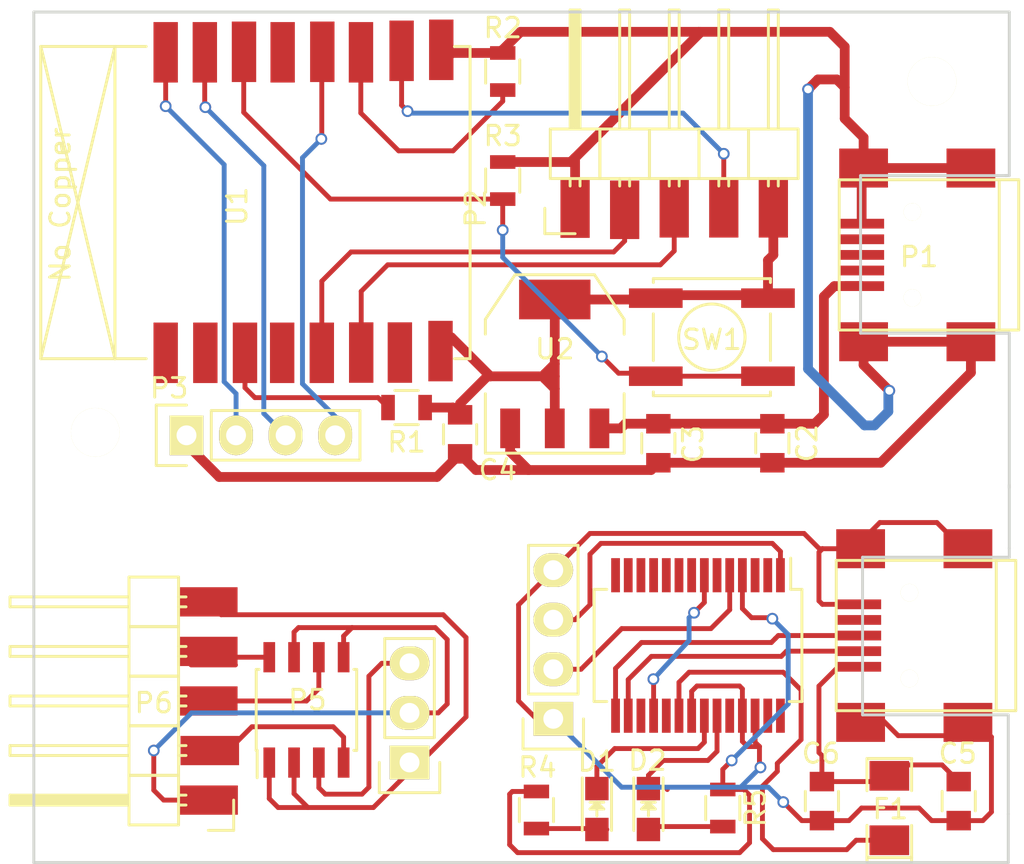
<source format=kicad_pcb>
(kicad_pcb (version 4) (host pcbnew 4.0.4-stable)

  (general
    (links 71)
    (no_connects 1)
    (area 116.358599 83.490999 166.495801 127.227401)
    (thickness 1.6)
    (drawings 19)
    (tracks 341)
    (zones 0)
    (modules 27)
    (nets 31)
  )

  (page A4)
  (layers
    (0 F.Cu signal)
    (31 B.Cu signal)
    (32 B.Adhes user hide)
    (33 F.Adhes user hide)
    (34 B.Paste user hide)
    (35 F.Paste user hide)
    (36 B.SilkS user)
    (37 F.SilkS user)
    (38 B.Mask user)
    (39 F.Mask user)
    (40 Dwgs.User user hide)
    (41 Cmts.User user hide)
    (42 Eco1.User user)
    (43 Eco2.User user)
    (44 Edge.Cuts user)
    (45 Margin user)
    (46 B.CrtYd user hide)
    (47 F.CrtYd user)
    (48 B.Fab user hide)
    (49 F.Fab user hide)
  )

  (setup
    (last_trace_width 0.25)
    (trace_clearance 0.2)
    (zone_clearance 0.508)
    (zone_45_only no)
    (trace_min 0.3)
    (segment_width 0.2)
    (edge_width 0.15)
    (via_size 0.6)
    (via_drill 0.4)
    (via_min_size 0.6)
    (via_min_drill 0.3)
    (uvia_size 0.3)
    (uvia_drill 0.1)
    (uvias_allowed no)
    (uvia_min_size 0.2)
    (uvia_min_drill 0.1)
    (pcb_text_width 0.3)
    (pcb_text_size 1.5 1.5)
    (mod_edge_width 0.15)
    (mod_text_size 1 1)
    (mod_text_width 0.15)
    (pad_size 3.5 3.5)
    (pad_drill 2.7)
    (pad_to_mask_clearance 0.2)
    (aux_axis_origin 0 0)
    (grid_origin 152.5016 99.0092)
    (visible_elements 7FFFFFFF)
    (pcbplotparams
      (layerselection 0x010f0_80000001)
      (usegerberextensions false)
      (excludeedgelayer true)
      (linewidth 0.100000)
      (plotframeref false)
      (viasonmask false)
      (mode 1)
      (useauxorigin false)
      (hpglpennumber 1)
      (hpglpenspeed 20)
      (hpglpendiameter 15)
      (hpglpenoverlay 2)
      (psnegative false)
      (psa4output false)
      (plotreference true)
      (plotvalue true)
      (plotinvisibletext false)
      (padsonsilk false)
      (subtractmaskfromsilk false)
      (outputformat 1)
      (mirror false)
      (drillshape 0)
      (scaleselection 1)
      (outputdirectory ""))
  )

  (net 0 "")
  (net 1 GND)
  (net 2 +5V)
  (net 3 +3V3)
  (net 4 SS)
  (net 5 MISO)
  (net 6 SCLK)
  (net 7 "Net-(R1-Pad2)")
  (net 8 "Net-(R2-Pad1)")
  (net 9 TX)
  (net 10 RX)
  (net 11 "Net-(R3-Pad2)")
  (net 12 "Net-(P3-Pad4)")
  (net 13 GNDA)
  (net 14 "Net-(C5-Pad2)")
  (net 15 "Net-(F1-Pad1)")
  (net 16 VCC_A)
  (net 17 SS_A)
  (net 18 MISO_A)
  (net 19 SCLK_A)
  (net 20 GNDD)
  (net 21 USBDm)
  (net 22 USBDp)
  (net 23 RX_A)
  (net 24 TX_A)
  (net 25 "Net-(D1-Pad2)")
  (net 26 VCCIO)
  (net 27 "Net-(D2-Pad2)")
  (net 28 "Net-(D1-Pad1)")
  (net 29 "Net-(D2-Pad1)")
  (net 30 AnalogIn)

  (net_class Default "This is the default net class."
    (clearance 0.2)
    (trace_width 0.25)
    (via_dia 0.6)
    (via_drill 0.4)
    (uvia_dia 0.3)
    (uvia_drill 0.1)
    (add_net AnalogIn)
    (add_net GNDA)
    (add_net GNDD)
    (add_net MISO)
    (add_net MISO_A)
    (add_net "Net-(C5-Pad2)")
    (add_net "Net-(D1-Pad1)")
    (add_net "Net-(D1-Pad2)")
    (add_net "Net-(D2-Pad1)")
    (add_net "Net-(D2-Pad2)")
    (add_net "Net-(F1-Pad1)")
    (add_net "Net-(P3-Pad4)")
    (add_net "Net-(R1-Pad2)")
    (add_net "Net-(R2-Pad1)")
    (add_net "Net-(R3-Pad2)")
    (add_net RX)
    (add_net RX_A)
    (add_net SCLK)
    (add_net SCLK_A)
    (add_net SS)
    (add_net SS_A)
    (add_net TX)
    (add_net TX_A)
    (add_net USBDm)
    (add_net USBDp)
    (add_net VCCIO)
    (add_net VCC_A)
  )

  (net_class GndPwr ""
    (clearance 0.2)
    (trace_width 0.5)
    (via_dia 0.6)
    (via_drill 0.4)
    (uvia_dia 0.3)
    (uvia_drill 0.1)
    (add_net +3V3)
    (add_net +5V)
    (add_net GND)
  )

  (module Pin_Headers:Pin_Header_Straight_1x04 (layer F.Cu) (tedit 580108A3) (tstamp 57F40CAF)
    (at 143.0528 119.7864 180)
    (descr "Through hole pin header")
    (tags "pin header")
    (path /57F41377)
    (fp_text reference P8 (at 23.6728 13.3096 180) (layer F.SilkS) hide
      (effects (font (size 1 1) (thickness 0.15)))
    )
    (fp_text value CONN_01X04 (at -15.9004 19.8628 270) (layer F.Fab) hide
      (effects (font (size 1 1) (thickness 0.15)))
    )
    (fp_line (start -1.75 -1.75) (end -1.75 9.4) (layer F.CrtYd) (width 0.05))
    (fp_line (start 1.75 -1.75) (end 1.75 9.4) (layer F.CrtYd) (width 0.05))
    (fp_line (start -1.75 -1.75) (end 1.75 -1.75) (layer F.CrtYd) (width 0.05))
    (fp_line (start -1.75 9.4) (end 1.75 9.4) (layer F.CrtYd) (width 0.05))
    (fp_line (start -1.27 1.27) (end -1.27 8.89) (layer F.SilkS) (width 0.15))
    (fp_line (start 1.27 1.27) (end 1.27 8.89) (layer F.SilkS) (width 0.15))
    (fp_line (start 1.55 -1.55) (end 1.55 0) (layer F.SilkS) (width 0.15))
    (fp_line (start -1.27 8.89) (end 1.27 8.89) (layer F.SilkS) (width 0.15))
    (fp_line (start 1.27 1.27) (end -1.27 1.27) (layer F.SilkS) (width 0.15))
    (fp_line (start -1.55 0) (end -1.55 -1.55) (layer F.SilkS) (width 0.15))
    (fp_line (start -1.55 -1.55) (end 1.55 -1.55) (layer F.SilkS) (width 0.15))
    (pad 1 thru_hole rect (at 0 0 180) (size 2.032 1.7272) (drill 1.016) (layers *.Cu *.Mask F.SilkS)
      (net 13 GNDA))
    (pad 2 thru_hole oval (at 0 2.54 180) (size 2.032 1.7272) (drill 1.016) (layers *.Cu *.Mask F.SilkS)
      (net 23 RX_A))
    (pad 3 thru_hole oval (at 0 5.08 180) (size 2.032 1.7272) (drill 1.016) (layers *.Cu *.Mask F.SilkS)
      (net 24 TX_A))
    (pad 4 thru_hole oval (at 0 7.62 180) (size 2.032 1.7272) (drill 1.016) (layers *.Cu *.Mask F.SilkS)
      (net 13 GNDA))
    (model Pin_Headers.3dshapes/Pin_Header_Straight_1x04.wrl
      (at (xyz 0 -0.15 0))
      (scale (xyz 1 1 1))
      (rotate (xyz 0 0 90))
    )
  )

  (module Connect:USB_Mini-B (layer F.Cu) (tedit 5801082D) (tstamp 57F40C9C)
    (at 162.1536 115.5192 180)
    (descr "USB Mini-B 5-pin SMD connector")
    (tags "USB USB_B USB_Mini connector")
    (path /57F409A5)
    (attr smd)
    (fp_text reference P7 (at -0.1524 -0.0508 270) (layer F.SilkS) hide
      (effects (font (size 1 1) (thickness 0.15)))
    )
    (fp_text value USB_OTG (at -5.3848 -8.9916 270) (layer F.Fab) hide
      (effects (font (size 1 1) (thickness 0.15)))
    )
    (fp_line (start -4.85 -5.7) (end 4.85 -5.7) (layer F.CrtYd) (width 0.05))
    (fp_line (start 4.85 -5.7) (end 4.85 5.7) (layer F.CrtYd) (width 0.05))
    (fp_line (start 4.85 5.7) (end -4.85 5.7) (layer F.CrtYd) (width 0.05))
    (fp_line (start -4.85 5.7) (end -4.85 -5.7) (layer F.CrtYd) (width 0.05))
    (fp_line (start -3.59918 -3.85064) (end -3.59918 3.85064) (layer F.SilkS) (width 0.15))
    (fp_line (start -4.59994 -3.85064) (end -4.59994 3.85064) (layer F.SilkS) (width 0.15))
    (fp_line (start -4.59994 3.85064) (end 4.59994 3.85064) (layer F.SilkS) (width 0.15))
    (fp_line (start 4.59994 3.85064) (end 4.59994 -3.85064) (layer F.SilkS) (width 0.15))
    (fp_line (start 4.59994 -3.85064) (end -4.59994 -3.85064) (layer F.SilkS) (width 0.15))
    (pad 1 smd rect (at 3.44932 -1.6002 180) (size 2.30124 0.50038) (layers F.Cu F.Paste F.Mask)
      (net 14 "Net-(C5-Pad2)"))
    (pad 2 smd rect (at 3.44932 -0.8001 180) (size 2.30124 0.50038) (layers F.Cu F.Paste F.Mask)
      (net 21 USBDm))
    (pad 3 smd rect (at 3.44932 0 180) (size 2.30124 0.50038) (layers F.Cu F.Paste F.Mask)
      (net 22 USBDp))
    (pad 4 smd rect (at 3.44932 0.8001 180) (size 2.30124 0.50038) (layers F.Cu F.Paste F.Mask))
    (pad 5 smd rect (at 3.44932 1.6002 180) (size 2.30124 0.50038) (layers F.Cu F.Paste F.Mask)
      (net 13 GNDA))
    (pad 6 smd rect (at 3.35026 -4.45008 180) (size 2.49936 1.99898) (layers F.Cu F.Paste F.Mask)
      (net 13 GNDA))
    (pad 6 smd rect (at -2.14884 -4.45008 180) (size 2.49936 1.99898) (layers F.Cu F.Paste F.Mask)
      (net 13 GNDA))
    (pad 6 smd rect (at 3.35026 4.45008 180) (size 2.49936 1.99898) (layers F.Cu F.Paste F.Mask)
      (net 13 GNDA))
    (pad 6 smd rect (at -2.14884 4.45008 180) (size 2.49936 1.99898) (layers F.Cu F.Paste F.Mask)
      (net 13 GNDA))
    (pad "" np_thru_hole circle (at 0.8509 -2.19964 180) (size 0.89916 0.89916) (drill 0.89916) (layers *.Cu *.Mask F.SilkS))
    (pad "" np_thru_hole circle (at 0.8509 2.19964 180) (size 0.89916 0.89916) (drill 0.89916) (layers *.Cu *.Mask F.SilkS))
  )

  (module Pin_Headers:Pin_Header_Straight_1x03 (layer F.Cu) (tedit 58010827) (tstamp 57F40E0A)
    (at 135.6868 122.0216 180)
    (descr "Through hole pin header")
    (tags "pin header")
    (path /57F4582E)
    (fp_text reference P4 (at 0 7.5184 180) (layer F.SilkS) hide
      (effects (font (size 1 1) (thickness 0.15)))
    )
    (fp_text value Mic_IN (at -0.254 -2.4384 180) (layer F.Fab)
      (effects (font (size 1 1) (thickness 0.15)))
    )
    (fp_line (start -1.75 -1.75) (end -1.75 6.85) (layer F.CrtYd) (width 0.05))
    (fp_line (start 1.75 -1.75) (end 1.75 6.85) (layer F.CrtYd) (width 0.05))
    (fp_line (start -1.75 -1.75) (end 1.75 -1.75) (layer F.CrtYd) (width 0.05))
    (fp_line (start -1.75 6.85) (end 1.75 6.85) (layer F.CrtYd) (width 0.05))
    (fp_line (start -1.27 1.27) (end -1.27 6.35) (layer F.SilkS) (width 0.15))
    (fp_line (start -1.27 6.35) (end 1.27 6.35) (layer F.SilkS) (width 0.15))
    (fp_line (start 1.27 6.35) (end 1.27 1.27) (layer F.SilkS) (width 0.15))
    (fp_line (start 1.55 -1.55) (end 1.55 0) (layer F.SilkS) (width 0.15))
    (fp_line (start 1.27 1.27) (end -1.27 1.27) (layer F.SilkS) (width 0.15))
    (fp_line (start -1.55 0) (end -1.55 -1.55) (layer F.SilkS) (width 0.15))
    (fp_line (start -1.55 -1.55) (end 1.55 -1.55) (layer F.SilkS) (width 0.15))
    (pad 1 thru_hole rect (at 0 0 180) (size 2.032 1.7272) (drill 1.016) (layers *.Cu *.Mask F.SilkS)
      (net 16 VCC_A))
    (pad 2 thru_hole oval (at 0 2.54 180) (size 2.032 1.7272) (drill 1.016) (layers *.Cu *.Mask F.SilkS)
      (net 20 GNDD))
    (pad 3 thru_hole oval (at 0 5.08 180) (size 2.032 1.7272) (drill 1.016) (layers *.Cu *.Mask F.SilkS)
      (net 30 AnalogIn))
    (model Pin_Headers.3dshapes/Pin_Header_Straight_1x03.wrl
      (at (xyz 0 -0.1 0))
      (scale (xyz 1 1 1))
      (rotate (xyz 0 0 90))
    )
  )

  (module Housings_SSOP:SSOP-28_5.3x10.2mm_Pitch0.65mm (layer F.Cu) (tedit 58010820) (tstamp 57F40E36)
    (at 150.4696 116.0272 270)
    (descr "28-Lead Plastic Shrink Small Outline (SS)-5.30 mm Body [SSOP] (see Microchip Packaging Specification 00000049BS.pdf)")
    (tags "SSOP 0.65")
    (path /57F40822)
    (attr smd)
    (fp_text reference U3 (at 1.4224 0 360) (layer F.SilkS) hide
      (effects (font (size 1 1) (thickness 0.15)))
    )
    (fp_text value FT232RL (at 0 0 360) (layer F.Fab)
      (effects (font (size 1 1) (thickness 0.15)))
    )
    (fp_line (start -1.65 -5.1) (end 2.65 -5.1) (layer F.Fab) (width 0.15))
    (fp_line (start 2.65 -5.1) (end 2.65 5.1) (layer F.Fab) (width 0.15))
    (fp_line (start 2.65 5.1) (end -2.65 5.1) (layer F.Fab) (width 0.15))
    (fp_line (start -2.65 5.1) (end -2.65 -4.1) (layer F.Fab) (width 0.15))
    (fp_line (start -2.65 -4.1) (end -1.65 -5.1) (layer F.Fab) (width 0.15))
    (fp_line (start -4.75 -5.5) (end -4.75 5.5) (layer F.CrtYd) (width 0.05))
    (fp_line (start 4.75 -5.5) (end 4.75 5.5) (layer F.CrtYd) (width 0.05))
    (fp_line (start -4.75 -5.5) (end 4.75 -5.5) (layer F.CrtYd) (width 0.05))
    (fp_line (start -4.75 5.5) (end 4.75 5.5) (layer F.CrtYd) (width 0.05))
    (fp_line (start -2.875 -5.325) (end -2.875 -4.75) (layer F.SilkS) (width 0.15))
    (fp_line (start 2.875 -5.325) (end 2.875 -4.675) (layer F.SilkS) (width 0.15))
    (fp_line (start 2.875 5.325) (end 2.875 4.675) (layer F.SilkS) (width 0.15))
    (fp_line (start -2.875 5.325) (end -2.875 4.675) (layer F.SilkS) (width 0.15))
    (fp_line (start -2.875 -5.325) (end 2.875 -5.325) (layer F.SilkS) (width 0.15))
    (fp_line (start -2.875 5.325) (end 2.875 5.325) (layer F.SilkS) (width 0.15))
    (fp_line (start -2.875 -4.75) (end -4.475 -4.75) (layer F.SilkS) (width 0.15))
    (pad 1 smd rect (at -3.6 -4.225 270) (size 1.75 0.45) (layers F.Cu F.Paste F.Mask)
      (net 24 TX_A))
    (pad 2 smd rect (at -3.6 -3.575 270) (size 1.75 0.45) (layers F.Cu F.Paste F.Mask))
    (pad 3 smd rect (at -3.6 -2.925 270) (size 1.75 0.45) (layers F.Cu F.Paste F.Mask))
    (pad 4 smd rect (at -3.6 -2.275 270) (size 1.75 0.45) (layers F.Cu F.Paste F.Mask)
      (net 26 VCCIO))
    (pad 5 smd rect (at -3.6 -1.625 270) (size 1.75 0.45) (layers F.Cu F.Paste F.Mask)
      (net 23 RX_A))
    (pad 6 smd rect (at -3.6 -0.975 270) (size 1.75 0.45) (layers F.Cu F.Paste F.Mask))
    (pad 7 smd rect (at -3.6 -0.325 270) (size 1.75 0.45) (layers F.Cu F.Paste F.Mask)
      (net 13 GNDA))
    (pad 8 smd rect (at -3.6 0.325 270) (size 1.75 0.45) (layers F.Cu F.Paste F.Mask))
    (pad 9 smd rect (at -3.6 0.975 270) (size 1.75 0.45) (layers F.Cu F.Paste F.Mask))
    (pad 10 smd rect (at -3.6 1.625 270) (size 1.75 0.45) (layers F.Cu F.Paste F.Mask))
    (pad 11 smd rect (at -3.6 2.275 270) (size 1.75 0.45) (layers F.Cu F.Paste F.Mask))
    (pad 12 smd rect (at -3.6 2.925 270) (size 1.75 0.45) (layers F.Cu F.Paste F.Mask))
    (pad 13 smd rect (at -3.6 3.575 270) (size 1.75 0.45) (layers F.Cu F.Paste F.Mask))
    (pad 14 smd rect (at -3.6 4.225 270) (size 1.75 0.45) (layers F.Cu F.Paste F.Mask))
    (pad 15 smd rect (at 3.6 4.225 270) (size 1.75 0.45) (layers F.Cu F.Paste F.Mask)
      (net 22 USBDp))
    (pad 16 smd rect (at 3.6 3.575 270) (size 1.75 0.45) (layers F.Cu F.Paste F.Mask)
      (net 21 USBDm))
    (pad 17 smd rect (at 3.6 2.925 270) (size 1.75 0.45) (layers F.Cu F.Paste F.Mask))
    (pad 18 smd rect (at 3.6 2.275 270) (size 1.75 0.45) (layers F.Cu F.Paste F.Mask)
      (net 13 GNDA))
    (pad 19 smd rect (at 3.6 1.625 270) (size 1.75 0.45) (layers F.Cu F.Paste F.Mask))
    (pad 20 smd rect (at 3.6 0.975 270) (size 1.75 0.45) (layers F.Cu F.Paste F.Mask)
      (net 15 "Net-(F1-Pad1)"))
    (pad 21 smd rect (at 3.6 0.325 270) (size 1.75 0.45) (layers F.Cu F.Paste F.Mask)
      (net 13 GNDA))
    (pad 22 smd rect (at 3.6 -0.325 270) (size 1.75 0.45) (layers F.Cu F.Paste F.Mask)
      (net 28 "Net-(D1-Pad1)"))
    (pad 23 smd rect (at 3.6 -0.975 270) (size 1.75 0.45) (layers F.Cu F.Paste F.Mask)
      (net 29 "Net-(D2-Pad1)"))
    (pad 24 smd rect (at 3.6 -1.625 270) (size 1.75 0.45) (layers F.Cu F.Paste F.Mask))
    (pad 25 smd rect (at 3.6 -2.275 270) (size 1.75 0.45) (layers F.Cu F.Paste F.Mask)
      (net 13 GNDA))
    (pad 26 smd rect (at 3.6 -2.925 270) (size 1.75 0.45) (layers F.Cu F.Paste F.Mask)
      (net 13 GNDA))
    (pad 27 smd rect (at 3.6 -3.575 270) (size 1.75 0.45) (layers F.Cu F.Paste F.Mask))
    (pad 28 smd rect (at 3.6 -4.225 270) (size 1.75 0.45) (layers F.Cu F.Paste F.Mask))
    (model Housings_SSOP.3dshapes/SSOP-28_5.3x10.2mm_Pitch0.65mm.wrl
      (at (xyz 0 0 0))
      (scale (xyz 1 1 1))
      (rotate (xyz 0 0 0))
    )
  )

  (module ESP8266:ESP-07v2 (layer F.Cu) (tedit 57F3FDE6) (tstamp 57F17439)
    (at 123.19 100.33 90)
    (descr "Module, ESP-8266, ESP-07v2, 16 pad, SMD")
    (tags "Module ESP-8266 ESP8266")
    (path /57F14223)
    (fp_text reference U1 (at 6.8072 3.6576 270) (layer F.SilkS)
      (effects (font (size 1 1) (thickness 0.15)))
    )
    (fp_text value ESP-07v2 (at 7.25 2.25 90) (layer F.Fab)
      (effects (font (size 1 1) (thickness 0.15)))
    )
    (fp_line (start -2.25 -0.5) (end -2.25 -6.65) (layer F.CrtYd) (width 0.05))
    (fp_line (start -2.25 -6.65) (end 16.25 -6.65) (layer F.CrtYd) (width 0.05))
    (fp_line (start 16.25 -6.65) (end 16.25 16) (layer F.CrtYd) (width 0.05))
    (fp_line (start 16.25 16) (end -2.25 16) (layer F.CrtYd) (width 0.05))
    (fp_line (start -2.25 16) (end -2.25 -0.5) (layer F.CrtYd) (width 0.05))
    (fp_line (start -1 -6.4) (end 15 -6.4) (layer F.SilkS) (width 0.1524))
    (fp_line (start 15 -6.4) (end 15 -1) (layer F.SilkS) (width 0.1524))
    (fp_line (start -1 -6.4) (end -1 -1) (layer F.SilkS) (width 0.1524))
    (fp_line (start -1 14.8) (end -1 15.6) (layer F.SilkS) (width 0.1524))
    (fp_line (start -1 15.6) (end 15 15.6) (layer F.SilkS) (width 0.1524))
    (fp_line (start 15 15.6) (end 15 14.8) (layer F.SilkS) (width 0.1524))
    (fp_line (start 15 -6.4) (end -1 -2.6) (layer F.SilkS) (width 0.1524))
    (fp_line (start -1 -6.4) (end 15 -2.6) (layer F.SilkS) (width 0.1524))
    (fp_text user "No Copper" (at 6.892 -5.4 90) (layer F.SilkS)
      (effects (font (size 1 1) (thickness 0.15)))
    )
    (fp_line (start -1.008 -2.6) (end 14.992 -2.6) (layer F.SilkS) (width 0.1524))
    (fp_line (start 15 -6.4) (end 15 15.6) (layer F.Fab) (width 0.05))
    (fp_line (start 15 15.6) (end -1 15.6) (layer F.Fab) (width 0.05))
    (fp_line (start -1.008 15.6) (end -1.008 -6.4) (layer F.Fab) (width 0.05))
    (fp_line (start -1 -6.4) (end 15 -6.4) (layer F.Fab) (width 0.05))
    (pad 9 smd rect (at 14.127 14.1224 90) (size 3.1 1.25) (drill (offset 0.7 0)) (layers F.Cu F.Paste F.Mask)
      (net 1 GND))
    (pad 10 smd rect (at 14.0762 12.0904 90) (size 3.1 1.25) (drill (offset 0.7 0)) (layers F.Cu F.Paste F.Mask)
      (net 4 SS))
    (pad 11 smd rect (at 14 10.0076 90) (size 3.1 1.25) (drill (offset 0.7 0)) (layers F.Cu F.Paste F.Mask)
      (net 8 "Net-(R2-Pad1)"))
    (pad 12 smd rect (at 14.0254 8.0264 90) (size 3.1 1.25) (drill (offset 0.7 0)) (layers F.Cu F.Paste F.Mask)
      (net 12 "Net-(P3-Pad4)"))
    (pad 13 smd rect (at 14 5.9944 90) (size 3.1 1.25) (drill (offset 0.7 0)) (layers F.Cu F.Paste F.Mask))
    (pad 14 smd rect (at 14.0254 4.0132 90) (size 3.1 1.25) (drill (offset 0.7 0)) (layers F.Cu F.Paste F.Mask)
      (net 11 "Net-(R3-Pad2)"))
    (pad 15 smd rect (at 14 2.0066 90) (size 3.1 1.25) (drill (offset 0.7 0)) (layers F.Cu F.Paste F.Mask)
      (net 9 TX))
    (pad 8 smd rect (at 0.0889 14.0843 90) (size 3.1 1.25) (drill (offset -0.7 0)) (layers F.Cu F.Paste F.Mask)
      (net 3 +3V3))
    (pad 7 smd rect (at 0.0127 12.0015 90) (size 3.1 1.25) (drill (offset -0.7 0)) (layers F.Cu F.Paste F.Mask))
    (pad 6 smd rect (at 0.0127 10.0203 90) (size 3.1 1.25) (drill (offset -0.7 0)) (layers F.Cu F.Paste F.Mask)
      (net 5 MISO))
    (pad 5 smd rect (at 0 8.001 90) (size 3.1 1.25) (drill (offset -0.7 0)) (layers F.Cu F.Paste F.Mask)
      (net 6 SCLK))
    (pad 4 smd rect (at 0 5.969 90) (size 3.1 1.25) (drill (offset -0.7 0)) (layers F.Cu F.Paste F.Mask))
    (pad 3 smd rect (at 0 4.064 90) (size 3.1 1.25) (drill (offset -0.7 0)) (layers F.Cu F.Paste F.Mask)
      (net 7 "Net-(R1-Pad2)"))
    (pad 2 smd rect (at 0 2.032 90) (size 3.1 1.25) (drill (offset -0.7 0)) (layers F.Cu F.Paste F.Mask))
    (pad 1 smd rect (at 0 0 90) (size 3.1 1.25) (drill (offset -0.7 0)) (layers F.Cu F.Paste F.Mask))
    (pad 16 smd rect (at 14 0 90) (size 3.1 1.25) (drill (offset 0.7 0)) (layers F.Cu F.Paste F.Mask)
      (net 10 RX))
    (model ${ESPLIB}/ESP8266.3dshapes/ESP-07v2.wrl
      (at (xyz 0 0 0))
      (scale (xyz 0.3937 0.3937 0.3937))
      (rotate (xyz 0 0 0))
    )
  )

  (module Connect:USB_Mini-B (layer F.Cu) (tedit 57F3EA77) (tstamp 57F173F4)
    (at 162.306 96.012 180)
    (descr "USB Mini-B 5-pin SMD connector")
    (tags "USB USB_B USB_Mini connector")
    (path /57F144A6)
    (attr smd)
    (fp_text reference P1 (at 0.508 -0.1016 180) (layer F.SilkS)
      (effects (font (size 1 1) (thickness 0.15)))
    )
    (fp_text value USB_OTG (at -1.651 -0.127 270) (layer F.Fab) hide
      (effects (font (size 1 1) (thickness 0.15)))
    )
    (fp_line (start -4.85 -5.7) (end 4.85 -5.7) (layer F.CrtYd) (width 0.05))
    (fp_line (start 4.85 -5.7) (end 4.85 5.7) (layer F.CrtYd) (width 0.05))
    (fp_line (start 4.85 5.7) (end -4.85 5.7) (layer F.CrtYd) (width 0.05))
    (fp_line (start -4.85 5.7) (end -4.85 -5.7) (layer F.CrtYd) (width 0.05))
    (fp_line (start -3.59918 -3.85064) (end -3.59918 3.85064) (layer F.SilkS) (width 0.15))
    (fp_line (start -4.59994 -3.85064) (end -4.59994 3.85064) (layer F.SilkS) (width 0.15))
    (fp_line (start -4.59994 3.85064) (end 4.59994 3.85064) (layer F.SilkS) (width 0.15))
    (fp_line (start 4.59994 3.85064) (end 4.59994 -3.85064) (layer F.SilkS) (width 0.15))
    (fp_line (start 4.59994 -3.85064) (end -4.59994 -3.85064) (layer F.SilkS) (width 0.15))
    (pad 1 smd rect (at 3.44932 -1.6002 180) (size 2.30124 0.50038) (layers F.Cu F.Paste F.Mask)
      (net 2 +5V))
    (pad 2 smd rect (at 3.44932 -0.8001 180) (size 2.30124 0.50038) (layers F.Cu F.Paste F.Mask))
    (pad 3 smd rect (at 3.44932 0 180) (size 2.30124 0.50038) (layers F.Cu F.Paste F.Mask))
    (pad 4 smd rect (at 3.44932 0.8001 180) (size 2.30124 0.50038) (layers F.Cu F.Paste F.Mask))
    (pad 5 smd rect (at 3.44932 1.6002 180) (size 2.30124 0.50038) (layers F.Cu F.Paste F.Mask)
      (net 1 GND))
    (pad 6 smd rect (at 3.35026 -4.45008 180) (size 2.49936 1.99898) (layers F.Cu F.Paste F.Mask)
      (net 1 GND))
    (pad 6 smd rect (at -2.14884 -4.45008 180) (size 2.49936 1.99898) (layers F.Cu F.Paste F.Mask)
      (net 1 GND))
    (pad 6 smd rect (at 3.35026 4.45008 180) (size 2.49936 1.99898) (layers F.Cu F.Paste F.Mask)
      (net 1 GND))
    (pad 6 smd rect (at -2.14884 4.45008 180) (size 2.49936 1.99898) (layers F.Cu F.Paste F.Mask)
      (net 1 GND))
    (pad "" np_thru_hole circle (at 0.8509 -2.19964 180) (size 0.89916 0.89916) (drill 0.89916) (layers *.Cu *.Mask F.SilkS))
    (pad "" np_thru_hole circle (at 0.8509 2.19964 180) (size 0.89916 0.89916) (drill 0.89916) (layers *.Cu *.Mask F.SilkS))
  )

  (module Capacitors_SMD:C_0805 (layer F.Cu) (tedit 580108AE) (tstamp 57F173C1)
    (at 154.2796 105.664 270)
    (descr "Capacitor SMD 0805, reflow soldering, AVX (see smccp.pdf)")
    (tags "capacitor 0805")
    (path /57F15504)
    (attr smd)
    (fp_text reference C2 (at 0 -1.778 450) (layer F.SilkS)
      (effects (font (size 1 1) (thickness 0.15)))
    )
    (fp_text value 0,1uF (at 1.27 35.4076 360) (layer F.Fab) hide
      (effects (font (size 0.5 0.5) (thickness 0.125)))
    )
    (fp_line (start -1 0.625) (end -1 -0.625) (layer F.Fab) (width 0.15))
    (fp_line (start 1 0.625) (end -1 0.625) (layer F.Fab) (width 0.15))
    (fp_line (start 1 -0.625) (end 1 0.625) (layer F.Fab) (width 0.15))
    (fp_line (start -1 -0.625) (end 1 -0.625) (layer F.Fab) (width 0.15))
    (fp_line (start -1.8 -1) (end 1.8 -1) (layer F.CrtYd) (width 0.05))
    (fp_line (start -1.8 1) (end 1.8 1) (layer F.CrtYd) (width 0.05))
    (fp_line (start -1.8 -1) (end -1.8 1) (layer F.CrtYd) (width 0.05))
    (fp_line (start 1.8 -1) (end 1.8 1) (layer F.CrtYd) (width 0.05))
    (fp_line (start 0.5 -0.85) (end -0.5 -0.85) (layer F.SilkS) (width 0.15))
    (fp_line (start -0.5 0.85) (end 0.5 0.85) (layer F.SilkS) (width 0.15))
    (pad 1 smd rect (at -1 0 270) (size 1 1.25) (layers F.Cu F.Paste F.Mask)
      (net 2 +5V))
    (pad 2 smd rect (at 1 0 270) (size 1 1.25) (layers F.Cu F.Paste F.Mask)
      (net 1 GND))
    (model Capacitors_SMD.3dshapes/C_0805.wrl
      (at (xyz 0 0 0))
      (scale (xyz 1 1 1))
      (rotate (xyz 0 0 0))
    )
  )

  (module Capacitors_SMD:C_0805 (layer F.Cu) (tedit 580108B0) (tstamp 57F173C7)
    (at 148.4376 105.664 90)
    (descr "Capacitor SMD 0805, reflow soldering, AVX (see smccp.pdf)")
    (tags "capacitor 0805")
    (path /57F1835E)
    (attr smd)
    (fp_text reference C3 (at -0.0508 1.778 270) (layer F.SilkS)
      (effects (font (size 1 1) (thickness 0.15)))
    )
    (fp_text value 10uF (at -1.5748 -29.3624 180) (layer F.Fab) hide
      (effects (font (size 0.5 0.5) (thickness 0.125)))
    )
    (fp_line (start -1 0.625) (end -1 -0.625) (layer F.Fab) (width 0.15))
    (fp_line (start 1 0.625) (end -1 0.625) (layer F.Fab) (width 0.15))
    (fp_line (start 1 -0.625) (end 1 0.625) (layer F.Fab) (width 0.15))
    (fp_line (start -1 -0.625) (end 1 -0.625) (layer F.Fab) (width 0.15))
    (fp_line (start -1.8 -1) (end 1.8 -1) (layer F.CrtYd) (width 0.05))
    (fp_line (start -1.8 1) (end 1.8 1) (layer F.CrtYd) (width 0.05))
    (fp_line (start -1.8 -1) (end -1.8 1) (layer F.CrtYd) (width 0.05))
    (fp_line (start 1.8 -1) (end 1.8 1) (layer F.CrtYd) (width 0.05))
    (fp_line (start 0.5 -0.85) (end -0.5 -0.85) (layer F.SilkS) (width 0.15))
    (fp_line (start -0.5 0.85) (end 0.5 0.85) (layer F.SilkS) (width 0.15))
    (pad 1 smd rect (at -1 0 90) (size 1 1.25) (layers F.Cu F.Paste F.Mask)
      (net 1 GND))
    (pad 2 smd rect (at 1 0 90) (size 1 1.25) (layers F.Cu F.Paste F.Mask)
      (net 2 +5V))
    (model Capacitors_SMD.3dshapes/C_0805.wrl
      (at (xyz 0 0 0))
      (scale (xyz 1 1 1))
      (rotate (xyz 0 0 0))
    )
  )

  (module Capacitors_SMD:C_0805 (layer F.Cu) (tedit 580108AB) (tstamp 57F173CD)
    (at 138.2776 105.2068 90)
    (descr "Capacitor SMD 0805, reflow soldering, AVX (see smccp.pdf)")
    (tags "capacitor 0805")
    (path /57F182A6)
    (attr smd)
    (fp_text reference C4 (at -1.8288 1.9304 180) (layer F.SilkS)
      (effects (font (size 1 1) (thickness 0.15)))
    )
    (fp_text value 10uF (at -1.8796 -19.4564 180) (layer F.Fab) hide
      (effects (font (size 1 1) (thickness 0.15)))
    )
    (fp_line (start -1 0.625) (end -1 -0.625) (layer F.Fab) (width 0.15))
    (fp_line (start 1 0.625) (end -1 0.625) (layer F.Fab) (width 0.15))
    (fp_line (start 1 -0.625) (end 1 0.625) (layer F.Fab) (width 0.15))
    (fp_line (start -1 -0.625) (end 1 -0.625) (layer F.Fab) (width 0.15))
    (fp_line (start -1.8 -1) (end 1.8 -1) (layer F.CrtYd) (width 0.05))
    (fp_line (start -1.8 1) (end 1.8 1) (layer F.CrtYd) (width 0.05))
    (fp_line (start -1.8 -1) (end -1.8 1) (layer F.CrtYd) (width 0.05))
    (fp_line (start 1.8 -1) (end 1.8 1) (layer F.CrtYd) (width 0.05))
    (fp_line (start 0.5 -0.85) (end -0.5 -0.85) (layer F.SilkS) (width 0.15))
    (fp_line (start -0.5 0.85) (end 0.5 0.85) (layer F.SilkS) (width 0.15))
    (pad 1 smd rect (at -1 0 90) (size 1 1.25) (layers F.Cu F.Paste F.Mask)
      (net 1 GND))
    (pad 2 smd rect (at 1 0 90) (size 1 1.25) (layers F.Cu F.Paste F.Mask)
      (net 3 +3V3))
    (model Capacitors_SMD.3dshapes/C_0805.wrl
      (at (xyz 0 0 0))
      (scale (xyz 1 1 1))
      (rotate (xyz 0 0 0))
    )
  )

  (module Resistors_SMD:R_0805 (layer F.Cu) (tedit 580108AD) (tstamp 57F17405)
    (at 135.5344 103.8352 180)
    (descr "Resistor SMD 0805, reflow soldering, Vishay (see dcrcw.pdf)")
    (tags "resistor 0805")
    (path /57F1614C)
    (attr smd)
    (fp_text reference R1 (at 0 -1.778 180) (layer F.SilkS)
      (effects (font (size 1 1) (thickness 0.15)))
    )
    (fp_text value 10k (at 16.6624 -3.6576 180) (layer F.Fab) hide
      (effects (font (size 1 1) (thickness 0.15)))
    )
    (fp_line (start -1.6 -1) (end 1.6 -1) (layer F.CrtYd) (width 0.05))
    (fp_line (start -1.6 1) (end 1.6 1) (layer F.CrtYd) (width 0.05))
    (fp_line (start -1.6 -1) (end -1.6 1) (layer F.CrtYd) (width 0.05))
    (fp_line (start 1.6 -1) (end 1.6 1) (layer F.CrtYd) (width 0.05))
    (fp_line (start 0.6 0.875) (end -0.6 0.875) (layer F.SilkS) (width 0.15))
    (fp_line (start -0.6 -0.875) (end 0.6 -0.875) (layer F.SilkS) (width 0.15))
    (pad 1 smd rect (at -0.95 0 180) (size 0.7 1.3) (layers F.Cu F.Paste F.Mask)
      (net 3 +3V3))
    (pad 2 smd rect (at 0.95 0 180) (size 0.7 1.3) (layers F.Cu F.Paste F.Mask)
      (net 7 "Net-(R1-Pad2)"))
    (model Resistors_SMD.3dshapes/R_0805.wrl
      (at (xyz 0 0 0))
      (scale (xyz 1 1 1))
      (rotate (xyz 0 0 0))
    )
  )

  (module Resistors_SMD:R_0805 (layer F.Cu) (tedit 57F3F68D) (tstamp 57F1740B)
    (at 140.462 86.614 90)
    (descr "Resistor SMD 0805, reflow soldering, Vishay (see dcrcw.pdf)")
    (tags "resistor 0805")
    (path /57F169BA)
    (attr smd)
    (fp_text reference R2 (at 2.2352 0 180) (layer F.SilkS)
      (effects (font (size 1 1) (thickness 0.15)))
    )
    (fp_text value 10k (at 0 0.0508 180) (layer F.Fab) hide
      (effects (font (size 0.5 0.5) (thickness 0.125)))
    )
    (fp_line (start -1.6 -1) (end 1.6 -1) (layer F.CrtYd) (width 0.05))
    (fp_line (start -1.6 1) (end 1.6 1) (layer F.CrtYd) (width 0.05))
    (fp_line (start -1.6 -1) (end -1.6 1) (layer F.CrtYd) (width 0.05))
    (fp_line (start 1.6 -1) (end 1.6 1) (layer F.CrtYd) (width 0.05))
    (fp_line (start 0.6 0.875) (end -0.6 0.875) (layer F.SilkS) (width 0.15))
    (fp_line (start -0.6 -0.875) (end 0.6 -0.875) (layer F.SilkS) (width 0.15))
    (pad 1 smd rect (at -0.95 0 90) (size 0.7 1.3) (layers F.Cu F.Paste F.Mask)
      (net 8 "Net-(R2-Pad1)"))
    (pad 2 smd rect (at 0.95 0 90) (size 0.7 1.3) (layers F.Cu F.Paste F.Mask)
      (net 1 GND))
    (model Resistors_SMD.3dshapes/R_0805.wrl
      (at (xyz 0 0 0))
      (scale (xyz 1 1 1))
      (rotate (xyz 0 0 0))
    )
  )

  (module Resistors_SMD:R_0805 (layer F.Cu) (tedit 57F3F691) (tstamp 57F17411)
    (at 140.462 92.202 270)
    (descr "Resistor SMD 0805, reflow soldering, Vishay (see dcrcw.pdf)")
    (tags "resistor 0805")
    (path /57F16E36)
    (attr smd)
    (fp_text reference R3 (at -2.286 0 360) (layer F.SilkS)
      (effects (font (size 1 1) (thickness 0.15)))
    )
    (fp_text value 10k (at 0.0508 0 360) (layer F.Fab) hide
      (effects (font (size 0.5 0.5) (thickness 0.125)))
    )
    (fp_line (start -1.6 -1) (end 1.6 -1) (layer F.CrtYd) (width 0.05))
    (fp_line (start -1.6 1) (end 1.6 1) (layer F.CrtYd) (width 0.05))
    (fp_line (start -1.6 -1) (end -1.6 1) (layer F.CrtYd) (width 0.05))
    (fp_line (start 1.6 -1) (end 1.6 1) (layer F.CrtYd) (width 0.05))
    (fp_line (start 0.6 0.875) (end -0.6 0.875) (layer F.SilkS) (width 0.15))
    (fp_line (start -0.6 -0.875) (end 0.6 -0.875) (layer F.SilkS) (width 0.15))
    (pad 1 smd rect (at -0.95 0 270) (size 0.7 1.3) (layers F.Cu F.Paste F.Mask)
      (net 1 GND))
    (pad 2 smd rect (at 0.95 0 270) (size 0.7 1.3) (layers F.Cu F.Paste F.Mask)
      (net 11 "Net-(R3-Pad2)"))
    (model Resistors_SMD.3dshapes/R_0805.wrl
      (at (xyz 0 0 0))
      (scale (xyz 1 1 1))
      (rotate (xyz 0 0 0))
    )
  )

  (module Buttons_Switches_SMD:SW_SPST_EVPBF (layer F.Cu) (tedit 57F3F5FB) (tstamp 57F17425)
    (at 151.1808 100.2284 180)
    (descr "Light Touch Switch")
    (path /57F1482F)
    (attr smd)
    (fp_text reference SW1 (at 0 -0.127 180) (layer F.SilkS)
      (effects (font (size 1 1) (thickness 0.15)))
    )
    (fp_text value SW_PUSH (at 0 4.25 180) (layer F.Fab) hide
      (effects (font (size 1 1) (thickness 0.15)))
    )
    (fp_line (start -4.5 -3.25) (end 4.5 -3.25) (layer F.CrtYd) (width 0.05))
    (fp_line (start 4.5 -3.25) (end 4.5 3.25) (layer F.CrtYd) (width 0.05))
    (fp_line (start 4.5 3.25) (end -4.5 3.25) (layer F.CrtYd) (width 0.05))
    (fp_line (start -4.5 3.25) (end -4.5 -3.25) (layer F.CrtYd) (width 0.05))
    (fp_line (start 3 -3) (end 3 -2.8) (layer F.SilkS) (width 0.15))
    (fp_line (start 3 3) (end 3 2.8) (layer F.SilkS) (width 0.15))
    (fp_line (start -3 3) (end -3 2.8) (layer F.SilkS) (width 0.15))
    (fp_line (start -3 -3) (end -3 -2.8) (layer F.SilkS) (width 0.15))
    (fp_line (start -3 -1.2) (end -3 1.2) (layer F.SilkS) (width 0.15))
    (fp_line (start 3 -1.2) (end 3 1.2) (layer F.SilkS) (width 0.15))
    (fp_line (start 3 -3) (end -3 -3) (layer F.SilkS) (width 0.15))
    (fp_line (start -3 3) (end 3 3) (layer F.SilkS) (width 0.15))
    (fp_circle (center 0 0) (end 1.7 0) (layer F.SilkS) (width 0.15))
    (pad 1 smd rect (at 2.875 -2 180) (size 2.75 1) (layers F.Cu F.Paste F.Mask)
      (net 11 "Net-(R3-Pad2)"))
    (pad 1 smd rect (at -2.875 -2 180) (size 2.75 1) (layers F.Cu F.Paste F.Mask)
      (net 11 "Net-(R3-Pad2)"))
    (pad 2 smd rect (at -2.875 2 180) (size 2.75 1) (layers F.Cu F.Paste F.Mask)
      (net 3 +3V3))
    (pad 2 smd rect (at 2.875 2 180) (size 2.75 1) (layers F.Cu F.Paste F.Mask)
      (net 3 +3V3))
  )

  (module TO_SOT_Packages_SMD:SOT-223 (layer F.Cu) (tedit 57F3F604) (tstamp 57F17441)
    (at 143.129 101.6)
    (descr "module CMS SOT223 4 pins")
    (tags "CMS SOT")
    (path /57F18719)
    (attr smd)
    (fp_text reference U2 (at 0 -0.762) (layer F.SilkS)
      (effects (font (size 1 1) (thickness 0.15)))
    )
    (fp_text value LM1117-3.3 (at 0.381 -5.588) (layer F.Fab)
      (effects (font (size 1 1) (thickness 0.15)))
    )
    (fp_line (start -3.556 1.524) (end -3.556 4.572) (layer F.SilkS) (width 0.15))
    (fp_line (start -3.556 4.572) (end 3.556 4.572) (layer F.SilkS) (width 0.15))
    (fp_line (start 3.556 4.572) (end 3.556 1.524) (layer F.SilkS) (width 0.15))
    (fp_line (start -3.556 -1.524) (end -3.556 -2.286) (layer F.SilkS) (width 0.15))
    (fp_line (start -3.556 -2.286) (end -2.032 -4.572) (layer F.SilkS) (width 0.15))
    (fp_line (start -2.032 -4.572) (end 2.032 -4.572) (layer F.SilkS) (width 0.15))
    (fp_line (start 2.032 -4.572) (end 3.556 -2.286) (layer F.SilkS) (width 0.15))
    (fp_line (start 3.556 -2.286) (end 3.556 -1.524) (layer F.SilkS) (width 0.15))
    (pad 4 smd rect (at 0 -3.302) (size 3.6576 2.032) (layers F.Cu F.Paste F.Mask)
      (net 3 +3V3))
    (pad 2 smd rect (at 0 3.302) (size 1.016 2.032) (layers F.Cu F.Paste F.Mask)
      (net 3 +3V3))
    (pad 3 smd rect (at 2.286 3.302) (size 1.016 2.032) (layers F.Cu F.Paste F.Mask)
      (net 2 +5V))
    (pad 1 smd rect (at -2.286 3.302) (size 1.016 2.032) (layers F.Cu F.Paste F.Mask)
      (net 1 GND))
    (model TO_SOT_Packages_SMD.3dshapes/SOT-223.wrl
      (at (xyz 0 0 0))
      (scale (xyz 0.4 0.4 0.4))
      (rotate (xyz 0 0 0))
    )
  )

  (module Pin_Headers:Pin_Header_Straight_1x04 (layer F.Cu) (tedit 58027977) (tstamp 57F3D57B)
    (at 124.2568 105.2576 90)
    (descr "Through hole pin header")
    (tags "pin header")
    (path /57F3D909)
    (fp_text reference P3 (at 2.413 -0.889 360) (layer F.SilkS)
      (effects (font (size 1 1) (thickness 0.15)))
    )
    (fp_text value CONN_01X04 (at -1.5748 -6.858 180) (layer F.Fab) hide
      (effects (font (size 1 1) (thickness 0.15)))
    )
    (fp_line (start -1.75 -1.75) (end -1.75 9.4) (layer F.CrtYd) (width 0.05))
    (fp_line (start 1.75 -1.75) (end 1.75 9.4) (layer F.CrtYd) (width 0.05))
    (fp_line (start -1.75 -1.75) (end 1.75 -1.75) (layer F.CrtYd) (width 0.05))
    (fp_line (start -1.75 9.4) (end 1.75 9.4) (layer F.CrtYd) (width 0.05))
    (fp_line (start -1.27 1.27) (end -1.27 8.89) (layer F.SilkS) (width 0.15))
    (fp_line (start 1.27 1.27) (end 1.27 8.89) (layer F.SilkS) (width 0.15))
    (fp_line (start 1.55 -1.55) (end 1.55 0) (layer F.SilkS) (width 0.15))
    (fp_line (start -1.27 8.89) (end 1.27 8.89) (layer F.SilkS) (width 0.15))
    (fp_line (start 1.27 1.27) (end -1.27 1.27) (layer F.SilkS) (width 0.15))
    (fp_line (start -1.55 0) (end -1.55 -1.55) (layer F.SilkS) (width 0.15))
    (fp_line (start -1.55 -1.55) (end 1.55 -1.55) (layer F.SilkS) (width 0.15))
    (pad 1 thru_hole rect (at 0 0 90) (size 2.032 1.7272) (drill 1.016) (layers *.Cu *.Mask F.SilkS)
      (net 1 GND))
    (pad 2 thru_hole oval (at 0 2.54 90) (size 2.032 1.7272) (drill 1.016) (layers *.Cu *.Mask F.SilkS)
      (net 10 RX))
    (pad 3 thru_hole oval (at 0 5.08 90) (size 2.032 1.7272) (drill 1.016) (layers *.Cu *.Mask F.SilkS)
      (net 9 TX))
    (pad 4 thru_hole oval (at 0 7.62 90) (size 2.032 1.7272) (drill 1.016) (layers *.Cu *.Mask F.SilkS)
      (net 12 "Net-(P3-Pad4)"))
    (model Pin_Headers.3dshapes/Pin_Header_Straight_1x04.wrl
      (at (xyz 0 -0.15 0))
      (scale (xyz 1 1 1))
      (rotate (xyz 0 0 90))
    )
  )

  (module Capacitors_SMD:C_0805 (layer F.Cu) (tedit 580279B4) (tstamp 57F40C44)
    (at 163.83 124.0028 90)
    (descr "Capacitor SMD 0805, reflow soldering, AVX (see smccp.pdf)")
    (tags "capacitor 0805")
    (path /57F414EA)
    (attr smd)
    (fp_text reference C5 (at 2.4384 -0.0508 180) (layer F.SilkS)
      (effects (font (size 1 1) (thickness 0.15)))
    )
    (fp_text value C (at -2.8448 3.6068 90) (layer F.Fab) hide
      (effects (font (size 1 1) (thickness 0.15)))
    )
    (fp_line (start -1 0.625) (end -1 -0.625) (layer F.Fab) (width 0.15))
    (fp_line (start 1 0.625) (end -1 0.625) (layer F.Fab) (width 0.15))
    (fp_line (start 1 -0.625) (end 1 0.625) (layer F.Fab) (width 0.15))
    (fp_line (start -1 -0.625) (end 1 -0.625) (layer F.Fab) (width 0.15))
    (fp_line (start -1.8 -1) (end 1.8 -1) (layer F.CrtYd) (width 0.05))
    (fp_line (start -1.8 1) (end 1.8 1) (layer F.CrtYd) (width 0.05))
    (fp_line (start -1.8 -1) (end -1.8 1) (layer F.CrtYd) (width 0.05))
    (fp_line (start 1.8 -1) (end 1.8 1) (layer F.CrtYd) (width 0.05))
    (fp_line (start 0.5 -0.85) (end -0.5 -0.85) (layer F.SilkS) (width 0.15))
    (fp_line (start -0.5 0.85) (end 0.5 0.85) (layer F.SilkS) (width 0.15))
    (pad 1 smd rect (at -1 0 90) (size 1 1.25) (layers F.Cu F.Paste F.Mask)
      (net 13 GNDA))
    (pad 2 smd rect (at 1 0 90) (size 1 1.25) (layers F.Cu F.Paste F.Mask)
      (net 14 "Net-(C5-Pad2)"))
    (model Capacitors_SMD.3dshapes/C_0805.wrl
      (at (xyz 0 0 0))
      (scale (xyz 1 1 1))
      (rotate (xyz 0 0 0))
    )
  )

  (module Capacitors_SMD:C_0805 (layer F.Cu) (tedit 580108B7) (tstamp 57F40C54)
    (at 156.8196 124.0028 90)
    (descr "Capacitor SMD 0805, reflow soldering, AVX (see smccp.pdf)")
    (tags "capacitor 0805")
    (path /57F4143E)
    (attr smd)
    (fp_text reference C6 (at 2.4384 -0.0508 180) (layer F.SilkS)
      (effects (font (size 1 1) (thickness 0.15)))
    )
    (fp_text value C (at 17.0688 -37.6428 180) (layer F.Fab) hide
      (effects (font (size 1 1) (thickness 0.15)))
    )
    (fp_line (start -1 0.625) (end -1 -0.625) (layer F.Fab) (width 0.15))
    (fp_line (start 1 0.625) (end -1 0.625) (layer F.Fab) (width 0.15))
    (fp_line (start 1 -0.625) (end 1 0.625) (layer F.Fab) (width 0.15))
    (fp_line (start -1 -0.625) (end 1 -0.625) (layer F.Fab) (width 0.15))
    (fp_line (start -1.8 -1) (end 1.8 -1) (layer F.CrtYd) (width 0.05))
    (fp_line (start -1.8 1) (end 1.8 1) (layer F.CrtYd) (width 0.05))
    (fp_line (start -1.8 -1) (end -1.8 1) (layer F.CrtYd) (width 0.05))
    (fp_line (start 1.8 -1) (end 1.8 1) (layer F.CrtYd) (width 0.05))
    (fp_line (start 0.5 -0.85) (end -0.5 -0.85) (layer F.SilkS) (width 0.15))
    (fp_line (start -0.5 0.85) (end 0.5 0.85) (layer F.SilkS) (width 0.15))
    (pad 1 smd rect (at -1 0 90) (size 1 1.25) (layers F.Cu F.Paste F.Mask)
      (net 13 GNDA))
    (pad 2 smd rect (at 1 0 90) (size 1 1.25) (layers F.Cu F.Paste F.Mask)
      (net 14 "Net-(C5-Pad2)"))
    (model Capacitors_SMD.3dshapes/C_0805.wrl
      (at (xyz 0 0 0))
      (scale (xyz 1 1 1))
      (rotate (xyz 0 0 0))
    )
  )

  (module SMD_Packages:SMD-1206_Pol (layer F.Cu) (tedit 580108BB) (tstamp 57F40C5A)
    (at 160.274 124.3584 90)
    (path /57F15308)
    (attr smd)
    (fp_text reference F1 (at -0.0508 0.0508 180) (layer F.SilkS)
      (effects (font (size 1 1) (thickness 0.15)))
    )
    (fp_text value F_Small (at 16.3576 -40.5384 180) (layer F.Fab) hide
      (effects (font (size 1 1) (thickness 0.15)))
    )
    (fp_line (start -2.54 -1.143) (end -2.794 -1.143) (layer F.SilkS) (width 0.15))
    (fp_line (start -2.794 -1.143) (end -2.794 1.143) (layer F.SilkS) (width 0.15))
    (fp_line (start -2.794 1.143) (end -2.54 1.143) (layer F.SilkS) (width 0.15))
    (fp_line (start -2.54 -1.143) (end -2.54 1.143) (layer F.SilkS) (width 0.15))
    (fp_line (start -2.54 1.143) (end -0.889 1.143) (layer F.SilkS) (width 0.15))
    (fp_line (start 0.889 -1.143) (end 2.54 -1.143) (layer F.SilkS) (width 0.15))
    (fp_line (start 2.54 -1.143) (end 2.54 1.143) (layer F.SilkS) (width 0.15))
    (fp_line (start 2.54 1.143) (end 0.889 1.143) (layer F.SilkS) (width 0.15))
    (fp_line (start -0.889 -1.143) (end -2.54 -1.143) (layer F.SilkS) (width 0.15))
    (pad 1 smd rect (at -1.651 0 90) (size 1.524 2.032) (layers F.Cu F.Paste F.Mask)
      (net 15 "Net-(F1-Pad1)"))
    (pad 2 smd rect (at 1.651 0 90) (size 1.524 2.032) (layers F.Cu F.Paste F.Mask)
      (net 14 "Net-(C5-Pad2)"))
    (model SMD_Packages.3dshapes/SMD-1206_Pol.wrl
      (at (xyz 0 0 0))
      (scale (xyz 0.17 0.16 0.16))
      (rotate (xyz 0 0 0))
    )
  )

  (module Resistors_SMD:R_0805 (layer F.Cu) (tedit 580108A5) (tstamp 57F40CBB)
    (at 142.1892 124.46 90)
    (descr "Resistor SMD 0805, reflow soldering, Vishay (see dcrcw.pdf)")
    (tags "resistor 0805")
    (path /57F4166E)
    (attr smd)
    (fp_text reference R4 (at 2.1844 0.0508 180) (layer F.SilkS)
      (effects (font (size 1 1) (thickness 0.15)))
    )
    (fp_text value 333 (at 17.526 -22.7584 180) (layer F.Fab) hide
      (effects (font (size 1 1) (thickness 0.15)))
    )
    (fp_line (start -1.6 -1) (end 1.6 -1) (layer F.CrtYd) (width 0.05))
    (fp_line (start -1.6 1) (end 1.6 1) (layer F.CrtYd) (width 0.05))
    (fp_line (start -1.6 -1) (end -1.6 1) (layer F.CrtYd) (width 0.05))
    (fp_line (start 1.6 -1) (end 1.6 1) (layer F.CrtYd) (width 0.05))
    (fp_line (start 0.6 0.875) (end -0.6 0.875) (layer F.SilkS) (width 0.15))
    (fp_line (start -0.6 -0.875) (end 0.6 -0.875) (layer F.SilkS) (width 0.15))
    (pad 1 smd rect (at -0.95 0 90) (size 0.7 1.3) (layers F.Cu F.Paste F.Mask)
      (net 25 "Net-(D1-Pad2)"))
    (pad 2 smd rect (at 0.95 0 90) (size 0.7 1.3) (layers F.Cu F.Paste F.Mask)
      (net 26 VCCIO))
    (model Resistors_SMD.3dshapes/R_0805.wrl
      (at (xyz 0 0 0))
      (scale (xyz 1 1 1))
      (rotate (xyz 0 0 0))
    )
  )

  (module Resistors_SMD:R_0805 (layer F.Cu) (tedit 580108B2) (tstamp 57F40CC7)
    (at 151.7396 124.3584 90)
    (descr "Resistor SMD 0805, reflow soldering, Vishay (see dcrcw.pdf)")
    (tags "resistor 0805")
    (path /57F41708)
    (attr smd)
    (fp_text reference R5 (at 0 1.6764 270) (layer F.SilkS)
      (effects (font (size 1 1) (thickness 0.15)))
    )
    (fp_text value 333 (at 17.2212 -32.004 180) (layer F.Fab) hide
      (effects (font (size 1 1) (thickness 0.15)))
    )
    (fp_line (start -1.6 -1) (end 1.6 -1) (layer F.CrtYd) (width 0.05))
    (fp_line (start -1.6 1) (end 1.6 1) (layer F.CrtYd) (width 0.05))
    (fp_line (start -1.6 -1) (end -1.6 1) (layer F.CrtYd) (width 0.05))
    (fp_line (start 1.6 -1) (end 1.6 1) (layer F.CrtYd) (width 0.05))
    (fp_line (start 0.6 0.875) (end -0.6 0.875) (layer F.SilkS) (width 0.15))
    (fp_line (start -0.6 -0.875) (end 0.6 -0.875) (layer F.SilkS) (width 0.15))
    (pad 1 smd rect (at -0.95 0 90) (size 0.7 1.3) (layers F.Cu F.Paste F.Mask)
      (net 27 "Net-(D2-Pad2)"))
    (pad 2 smd rect (at 0.95 0 90) (size 0.7 1.3) (layers F.Cu F.Paste F.Mask)
      (net 26 VCCIO))
    (model Resistors_SMD.3dshapes/R_0805.wrl
      (at (xyz 0 0 0))
      (scale (xyz 1 1 1))
      (rotate (xyz 0 0 0))
    )
  )

  (module LEDs:LED_0805 (layer F.Cu) (tedit 580108A6) (tstamp 57F40DF2)
    (at 145.288 124.4092 270)
    (descr "LED 0805 smd package")
    (tags "LED 0805 SMD")
    (path /57F41542)
    (attr smd)
    (fp_text reference D1 (at -2.4384 0 360) (layer F.SilkS)
      (effects (font (size 1 1) (thickness 0.15)))
    )
    (fp_text value LED (at -17.6276 25.908 360) (layer F.Fab) hide
      (effects (font (size 1 1) (thickness 0.15)))
    )
    (fp_line (start -0.4 -0.3) (end -0.4 0.3) (layer F.Fab) (width 0.15))
    (fp_line (start -0.3 0) (end 0 -0.3) (layer F.Fab) (width 0.15))
    (fp_line (start 0 0.3) (end -0.3 0) (layer F.Fab) (width 0.15))
    (fp_line (start 0 -0.3) (end 0 0.3) (layer F.Fab) (width 0.15))
    (fp_line (start 1 -0.6) (end -1 -0.6) (layer F.Fab) (width 0.15))
    (fp_line (start 1 0.6) (end 1 -0.6) (layer F.Fab) (width 0.15))
    (fp_line (start -1 0.6) (end 1 0.6) (layer F.Fab) (width 0.15))
    (fp_line (start -1 -0.6) (end -1 0.6) (layer F.Fab) (width 0.15))
    (fp_line (start -1.6 0.75) (end 1.1 0.75) (layer F.SilkS) (width 0.15))
    (fp_line (start -1.6 -0.75) (end 1.1 -0.75) (layer F.SilkS) (width 0.15))
    (fp_line (start -0.1 0.15) (end -0.1 -0.1) (layer F.SilkS) (width 0.15))
    (fp_line (start -0.1 -0.1) (end -0.25 0.05) (layer F.SilkS) (width 0.15))
    (fp_line (start -0.35 -0.35) (end -0.35 0.35) (layer F.SilkS) (width 0.15))
    (fp_line (start 0 0) (end 0.35 0) (layer F.SilkS) (width 0.15))
    (fp_line (start -0.35 0) (end 0 -0.35) (layer F.SilkS) (width 0.15))
    (fp_line (start 0 -0.35) (end 0 0.35) (layer F.SilkS) (width 0.15))
    (fp_line (start 0 0.35) (end -0.35 0) (layer F.SilkS) (width 0.15))
    (fp_line (start 1.9 -0.95) (end 1.9 0.95) (layer F.CrtYd) (width 0.05))
    (fp_line (start 1.9 0.95) (end -1.9 0.95) (layer F.CrtYd) (width 0.05))
    (fp_line (start -1.9 0.95) (end -1.9 -0.95) (layer F.CrtYd) (width 0.05))
    (fp_line (start -1.9 -0.95) (end 1.9 -0.95) (layer F.CrtYd) (width 0.05))
    (pad 2 smd rect (at 1.04902 0 90) (size 1.19888 1.19888) (layers F.Cu F.Paste F.Mask)
      (net 25 "Net-(D1-Pad2)"))
    (pad 1 smd rect (at -1.04902 0 90) (size 1.19888 1.19888) (layers F.Cu F.Paste F.Mask)
      (net 28 "Net-(D1-Pad1)"))
    (model LEDs.3dshapes/LED_0805.wrl
      (at (xyz 0 0 0))
      (scale (xyz 1 1 1))
      (rotate (xyz 0 0 0))
    )
  )

  (module LEDs:LED_0805 (layer F.Cu) (tedit 580108A8) (tstamp 57F40DF8)
    (at 147.9296 124.4092 270)
    (descr "LED 0805 smd package")
    (tags "LED 0805 SMD")
    (path /57F4160B)
    (attr smd)
    (fp_text reference D2 (at -2.4892 0.0508 360) (layer F.SilkS)
      (effects (font (size 1 1) (thickness 0.15)))
    )
    (fp_text value LED (at -17.526 28.8544 360) (layer F.Fab) hide
      (effects (font (size 1 1) (thickness 0.15)))
    )
    (fp_line (start -0.4 -0.3) (end -0.4 0.3) (layer F.Fab) (width 0.15))
    (fp_line (start -0.3 0) (end 0 -0.3) (layer F.Fab) (width 0.15))
    (fp_line (start 0 0.3) (end -0.3 0) (layer F.Fab) (width 0.15))
    (fp_line (start 0 -0.3) (end 0 0.3) (layer F.Fab) (width 0.15))
    (fp_line (start 1 -0.6) (end -1 -0.6) (layer F.Fab) (width 0.15))
    (fp_line (start 1 0.6) (end 1 -0.6) (layer F.Fab) (width 0.15))
    (fp_line (start -1 0.6) (end 1 0.6) (layer F.Fab) (width 0.15))
    (fp_line (start -1 -0.6) (end -1 0.6) (layer F.Fab) (width 0.15))
    (fp_line (start -1.6 0.75) (end 1.1 0.75) (layer F.SilkS) (width 0.15))
    (fp_line (start -1.6 -0.75) (end 1.1 -0.75) (layer F.SilkS) (width 0.15))
    (fp_line (start -0.1 0.15) (end -0.1 -0.1) (layer F.SilkS) (width 0.15))
    (fp_line (start -0.1 -0.1) (end -0.25 0.05) (layer F.SilkS) (width 0.15))
    (fp_line (start -0.35 -0.35) (end -0.35 0.35) (layer F.SilkS) (width 0.15))
    (fp_line (start 0 0) (end 0.35 0) (layer F.SilkS) (width 0.15))
    (fp_line (start -0.35 0) (end 0 -0.35) (layer F.SilkS) (width 0.15))
    (fp_line (start 0 -0.35) (end 0 0.35) (layer F.SilkS) (width 0.15))
    (fp_line (start 0 0.35) (end -0.35 0) (layer F.SilkS) (width 0.15))
    (fp_line (start 1.9 -0.95) (end 1.9 0.95) (layer F.CrtYd) (width 0.05))
    (fp_line (start 1.9 0.95) (end -1.9 0.95) (layer F.CrtYd) (width 0.05))
    (fp_line (start -1.9 0.95) (end -1.9 -0.95) (layer F.CrtYd) (width 0.05))
    (fp_line (start -1.9 -0.95) (end 1.9 -0.95) (layer F.CrtYd) (width 0.05))
    (pad 2 smd rect (at 1.04902 0 90) (size 1.19888 1.19888) (layers F.Cu F.Paste F.Mask)
      (net 27 "Net-(D2-Pad2)"))
    (pad 1 smd rect (at -1.04902 0 90) (size 1.19888 1.19888) (layers F.Cu F.Paste F.Mask)
      (net 29 "Net-(D2-Pad1)"))
    (model LEDs.3dshapes/LED_0805.wrl
      (at (xyz 0 0 0))
      (scale (xyz 1 1 1))
      (rotate (xyz 0 0 0))
    )
  )

  (module Housings_SOIC:SOIC-8_3.9x4.9mm_Pitch1.27mm (layer F.Cu) (tedit 57F540B5) (tstamp 57F40E16)
    (at 130.4036 119.3292 90)
    (descr "8-Lead Plastic Small Outline (SN) - Narrow, 3.90 mm Body [SOIC] (see Microchip Packaging Specification 00000049BS.pdf)")
    (tags "SOIC 1.27")
    (path /57F453BF)
    (attr smd)
    (fp_text reference P5 (at 0.508 0.0508 180) (layer F.SilkS)
      (effects (font (size 1 1) (thickness 0.15)))
    )
    (fp_text value MCP3201 (at -0.7112 -0.1524 180) (layer F.Fab)
      (effects (font (size 0.8 0.8) (thickness 0.15)))
    )
    (fp_line (start -0.95 -2.45) (end 1.95 -2.45) (layer F.Fab) (width 0.15))
    (fp_line (start 1.95 -2.45) (end 1.95 2.45) (layer F.Fab) (width 0.15))
    (fp_line (start 1.95 2.45) (end -1.95 2.45) (layer F.Fab) (width 0.15))
    (fp_line (start -1.95 2.45) (end -1.95 -1.45) (layer F.Fab) (width 0.15))
    (fp_line (start -1.95 -1.45) (end -0.95 -2.45) (layer F.Fab) (width 0.15))
    (fp_line (start -3.75 -2.75) (end -3.75 2.75) (layer F.CrtYd) (width 0.05))
    (fp_line (start 3.75 -2.75) (end 3.75 2.75) (layer F.CrtYd) (width 0.05))
    (fp_line (start -3.75 -2.75) (end 3.75 -2.75) (layer F.CrtYd) (width 0.05))
    (fp_line (start -3.75 2.75) (end 3.75 2.75) (layer F.CrtYd) (width 0.05))
    (fp_line (start -2.075 -2.575) (end -2.075 -2.525) (layer F.SilkS) (width 0.15))
    (fp_line (start 2.075 -2.575) (end 2.075 -2.43) (layer F.SilkS) (width 0.15))
    (fp_line (start 2.075 2.575) (end 2.075 2.43) (layer F.SilkS) (width 0.15))
    (fp_line (start -2.075 2.575) (end -2.075 2.43) (layer F.SilkS) (width 0.15))
    (fp_line (start -2.075 -2.575) (end 2.075 -2.575) (layer F.SilkS) (width 0.15))
    (fp_line (start -2.075 2.575) (end 2.075 2.575) (layer F.SilkS) (width 0.15))
    (fp_line (start -2.075 -2.525) (end -3.475 -2.525) (layer F.SilkS) (width 0.15))
    (pad 1 smd rect (at -2.7 -1.905 90) (size 1.55 0.6) (layers F.Cu F.Paste F.Mask)
      (net 16 VCC_A))
    (pad 2 smd rect (at -2.7 -0.635 90) (size 1.55 0.6) (layers F.Cu F.Paste F.Mask)
      (net 16 VCC_A))
    (pad 3 smd rect (at -2.7 0.635 90) (size 1.55 0.6) (layers F.Cu F.Paste F.Mask)
      (net 30 AnalogIn))
    (pad 4 smd rect (at -2.7 1.905 90) (size 1.55 0.6) (layers F.Cu F.Paste F.Mask)
      (net 19 SCLK_A))
    (pad 5 smd rect (at 2.7 1.905 90) (size 1.55 0.6) (layers F.Cu F.Paste F.Mask)
      (net 20 GNDD))
    (pad 6 smd rect (at 2.7 0.635 90) (size 1.55 0.6) (layers F.Cu F.Paste F.Mask)
      (net 18 MISO_A))
    (pad 7 smd rect (at 2.7 -0.635 90) (size 1.55 0.6) (layers F.Cu F.Paste F.Mask)
      (net 20 GNDD))
    (pad 8 smd rect (at 2.7 -1.905 90) (size 1.55 0.6) (layers F.Cu F.Paste F.Mask)
      (net 17 SS_A))
    (model Housings_SOIC.3dshapes/SOIC-8_3.9x4.9mm_Pitch1.27mm.wrl
      (at (xyz 0 0 0))
      (scale (xyz 1 1 1))
      (rotate (xyz 0 0 0))
    )
  )

  (module "KiCad libraries:Pin_Header_Angled_1x05_SMD" (layer F.Cu) (tedit 5800E8C8) (tstamp 57FD4E2A)
    (at 144.1704 93.6244 90)
    (descr "Through hole pin header")
    (tags "pin header")
    (path /57F1A954)
    (fp_text reference P2 (at 0 -5.1 90) (layer F.SilkS)
      (effects (font (size 1 1) (thickness 0.15)))
    )
    (fp_text value "Pinhead SMD Connector" (at 11.5316 4.9784 180) (layer F.Fab) hide
      (effects (font (size 1 1) (thickness 0.15)))
    )
    (fp_line (start -1.5 -1.75) (end -1.5 11.95) (layer F.CrtYd) (width 0.05))
    (fp_line (start 10.65 -1.75) (end 10.65 11.95) (layer F.CrtYd) (width 0.05))
    (fp_line (start -1.5 -1.75) (end 10.65 -1.75) (layer F.CrtYd) (width 0.05))
    (fp_line (start -1.5 11.95) (end 10.65 11.95) (layer F.CrtYd) (width 0.05))
    (fp_line (start -1.3 -1.55) (end -1.3 0) (layer F.SilkS) (width 0.15))
    (fp_line (start 0 -1.55) (end -1.3 -1.55) (layer F.SilkS) (width 0.15))
    (fp_line (start 4.191 -0.127) (end 10.033 -0.127) (layer F.SilkS) (width 0.15))
    (fp_line (start 10.033 -0.127) (end 10.033 0.127) (layer F.SilkS) (width 0.15))
    (fp_line (start 10.033 0.127) (end 4.191 0.127) (layer F.SilkS) (width 0.15))
    (fp_line (start 4.191 0.127) (end 4.191 0) (layer F.SilkS) (width 0.15))
    (fp_line (start 4.191 0) (end 10.033 0) (layer F.SilkS) (width 0.15))
    (fp_line (start 1.524 -0.254) (end 1.143 -0.254) (layer F.SilkS) (width 0.15))
    (fp_line (start 1.524 0.254) (end 1.143 0.254) (layer F.SilkS) (width 0.15))
    (fp_line (start 1.524 2.286) (end 1.143 2.286) (layer F.SilkS) (width 0.15))
    (fp_line (start 1.524 2.794) (end 1.143 2.794) (layer F.SilkS) (width 0.15))
    (fp_line (start 1.524 4.826) (end 1.143 4.826) (layer F.SilkS) (width 0.15))
    (fp_line (start 1.524 5.334) (end 1.143 5.334) (layer F.SilkS) (width 0.15))
    (fp_line (start 1.524 7.366) (end 1.143 7.366) (layer F.SilkS) (width 0.15))
    (fp_line (start 1.524 7.874) (end 1.143 7.874) (layer F.SilkS) (width 0.15))
    (fp_line (start 1.524 10.414) (end 1.143 10.414) (layer F.SilkS) (width 0.15))
    (fp_line (start 1.524 9.906) (end 1.143 9.906) (layer F.SilkS) (width 0.15))
    (fp_line (start 4.064 1.27) (end 4.064 -1.27) (layer F.SilkS) (width 0.15))
    (fp_line (start 10.16 0.254) (end 4.064 0.254) (layer F.SilkS) (width 0.15))
    (fp_line (start 10.16 -0.254) (end 10.16 0.254) (layer F.SilkS) (width 0.15))
    (fp_line (start 4.064 -0.254) (end 10.16 -0.254) (layer F.SilkS) (width 0.15))
    (fp_line (start 1.524 1.27) (end 4.064 1.27) (layer F.SilkS) (width 0.15))
    (fp_line (start 1.524 -1.27) (end 1.524 1.27) (layer F.SilkS) (width 0.15))
    (fp_line (start 1.524 -1.27) (end 4.064 -1.27) (layer F.SilkS) (width 0.15))
    (fp_line (start 1.524 3.81) (end 4.064 3.81) (layer F.SilkS) (width 0.15))
    (fp_line (start 1.524 3.81) (end 1.524 6.35) (layer F.SilkS) (width 0.15))
    (fp_line (start 1.524 6.35) (end 4.064 6.35) (layer F.SilkS) (width 0.15))
    (fp_line (start 4.064 4.826) (end 10.16 4.826) (layer F.SilkS) (width 0.15))
    (fp_line (start 10.16 4.826) (end 10.16 5.334) (layer F.SilkS) (width 0.15))
    (fp_line (start 10.16 5.334) (end 4.064 5.334) (layer F.SilkS) (width 0.15))
    (fp_line (start 4.064 6.35) (end 4.064 3.81) (layer F.SilkS) (width 0.15))
    (fp_line (start 4.064 3.81) (end 4.064 1.27) (layer F.SilkS) (width 0.15))
    (fp_line (start 10.16 2.794) (end 4.064 2.794) (layer F.SilkS) (width 0.15))
    (fp_line (start 10.16 2.286) (end 10.16 2.794) (layer F.SilkS) (width 0.15))
    (fp_line (start 4.064 2.286) (end 10.16 2.286) (layer F.SilkS) (width 0.15))
    (fp_line (start 1.524 3.81) (end 4.064 3.81) (layer F.SilkS) (width 0.15))
    (fp_line (start 1.524 1.27) (end 1.524 3.81) (layer F.SilkS) (width 0.15))
    (fp_line (start 1.524 1.27) (end 4.064 1.27) (layer F.SilkS) (width 0.15))
    (fp_line (start 1.524 8.89) (end 4.064 8.89) (layer F.SilkS) (width 0.15))
    (fp_line (start 1.524 8.89) (end 1.524 11.43) (layer F.SilkS) (width 0.15))
    (fp_line (start 1.524 11.43) (end 4.064 11.43) (layer F.SilkS) (width 0.15))
    (fp_line (start 4.064 9.906) (end 10.16 9.906) (layer F.SilkS) (width 0.15))
    (fp_line (start 10.16 9.906) (end 10.16 10.414) (layer F.SilkS) (width 0.15))
    (fp_line (start 10.16 10.414) (end 4.064 10.414) (layer F.SilkS) (width 0.15))
    (fp_line (start 4.064 11.43) (end 4.064 8.89) (layer F.SilkS) (width 0.15))
    (fp_line (start 4.064 8.89) (end 4.064 6.35) (layer F.SilkS) (width 0.15))
    (fp_line (start 10.16 7.874) (end 4.064 7.874) (layer F.SilkS) (width 0.15))
    (fp_line (start 10.16 7.366) (end 10.16 7.874) (layer F.SilkS) (width 0.15))
    (fp_line (start 4.064 7.366) (end 10.16 7.366) (layer F.SilkS) (width 0.15))
    (fp_line (start 1.524 8.89) (end 4.064 8.89) (layer F.SilkS) (width 0.15))
    (fp_line (start 1.524 6.35) (end 1.524 8.89) (layer F.SilkS) (width 0.15))
    (fp_line (start 1.524 6.35) (end 4.064 6.35) (layer F.SilkS) (width 0.15))
    (pad 1 smd rect (at 0 0 90) (size 3.032 1.5) (layers F.Cu F.Paste F.Mask)
      (net 1 GND))
    (pad 2 smd rect (at -0.0762 2.54 90) (size 3 1.5) (layers F.Cu F.Paste F.Mask)
      (net 6 SCLK))
    (pad 3 connect rect (at 0 5.08 90) (size 3 1.5) (layers F.Cu F.Mask)
      (net 5 MISO))
    (pad 4 smd rect (at 0 7.62 90) (size 3 1.5) (layers F.Cu F.Paste F.Mask)
      (net 4 SS))
    (pad 5 smd rect (at 0 10.16 90) (size 3 1.5) (layers F.Cu F.Paste F.Mask)
      (net 3 +3V3))
    (model Pin_Headers.3dshapes/Pin_Header_Angled_1x05.wrl
      (at (xyz 0 -0.2 0))
      (scale (xyz 1 1 1))
      (rotate (xyz 0 0 90))
    )
  )

  (module "KiCad libraries:Pin_Header_Angled_1x05_SMD" (layer F.Cu) (tedit 58027C07) (tstamp 57FD4E33)
    (at 125.3744 123.952 180)
    (descr "Through hole pin header")
    (tags "pin header")
    (path /57F45B02)
    (fp_text reference P6 (at 2.794 4.9784 180) (layer F.SilkS)
      (effects (font (size 1 1) (thickness 0.15)))
    )
    (fp_text value AudioConnector (at 12.2936 19.2532 180) (layer F.Fab) hide
      (effects (font (size 1 1) (thickness 0.15)))
    )
    (fp_line (start -1.5 -1.75) (end -1.5 11.95) (layer F.CrtYd) (width 0.05))
    (fp_line (start 10.65 -1.75) (end 10.65 11.95) (layer F.CrtYd) (width 0.05))
    (fp_line (start -1.5 -1.75) (end 10.65 -1.75) (layer F.CrtYd) (width 0.05))
    (fp_line (start -1.5 11.95) (end 10.65 11.95) (layer F.CrtYd) (width 0.05))
    (fp_line (start -1.3 -1.55) (end -1.3 0) (layer F.SilkS) (width 0.15))
    (fp_line (start 0 -1.55) (end -1.3 -1.55) (layer F.SilkS) (width 0.15))
    (fp_line (start 4.191 -0.127) (end 10.033 -0.127) (layer F.SilkS) (width 0.15))
    (fp_line (start 10.033 -0.127) (end 10.033 0.127) (layer F.SilkS) (width 0.15))
    (fp_line (start 10.033 0.127) (end 4.191 0.127) (layer F.SilkS) (width 0.15))
    (fp_line (start 4.191 0.127) (end 4.191 0) (layer F.SilkS) (width 0.15))
    (fp_line (start 4.191 0) (end 10.033 0) (layer F.SilkS) (width 0.15))
    (fp_line (start 1.524 -0.254) (end 1.143 -0.254) (layer F.SilkS) (width 0.15))
    (fp_line (start 1.524 0.254) (end 1.143 0.254) (layer F.SilkS) (width 0.15))
    (fp_line (start 1.524 2.286) (end 1.143 2.286) (layer F.SilkS) (width 0.15))
    (fp_line (start 1.524 2.794) (end 1.143 2.794) (layer F.SilkS) (width 0.15))
    (fp_line (start 1.524 4.826) (end 1.143 4.826) (layer F.SilkS) (width 0.15))
    (fp_line (start 1.524 5.334) (end 1.143 5.334) (layer F.SilkS) (width 0.15))
    (fp_line (start 1.524 7.366) (end 1.143 7.366) (layer F.SilkS) (width 0.15))
    (fp_line (start 1.524 7.874) (end 1.143 7.874) (layer F.SilkS) (width 0.15))
    (fp_line (start 1.524 10.414) (end 1.143 10.414) (layer F.SilkS) (width 0.15))
    (fp_line (start 1.524 9.906) (end 1.143 9.906) (layer F.SilkS) (width 0.15))
    (fp_line (start 4.064 1.27) (end 4.064 -1.27) (layer F.SilkS) (width 0.15))
    (fp_line (start 10.16 0.254) (end 4.064 0.254) (layer F.SilkS) (width 0.15))
    (fp_line (start 10.16 -0.254) (end 10.16 0.254) (layer F.SilkS) (width 0.15))
    (fp_line (start 4.064 -0.254) (end 10.16 -0.254) (layer F.SilkS) (width 0.15))
    (fp_line (start 1.524 1.27) (end 4.064 1.27) (layer F.SilkS) (width 0.15))
    (fp_line (start 1.524 -1.27) (end 1.524 1.27) (layer F.SilkS) (width 0.15))
    (fp_line (start 1.524 -1.27) (end 4.064 -1.27) (layer F.SilkS) (width 0.15))
    (fp_line (start 1.524 3.81) (end 4.064 3.81) (layer F.SilkS) (width 0.15))
    (fp_line (start 1.524 3.81) (end 1.524 6.35) (layer F.SilkS) (width 0.15))
    (fp_line (start 1.524 6.35) (end 4.064 6.35) (layer F.SilkS) (width 0.15))
    (fp_line (start 4.064 4.826) (end 10.16 4.826) (layer F.SilkS) (width 0.15))
    (fp_line (start 10.16 4.826) (end 10.16 5.334) (layer F.SilkS) (width 0.15))
    (fp_line (start 10.16 5.334) (end 4.064 5.334) (layer F.SilkS) (width 0.15))
    (fp_line (start 4.064 6.35) (end 4.064 3.81) (layer F.SilkS) (width 0.15))
    (fp_line (start 4.064 3.81) (end 4.064 1.27) (layer F.SilkS) (width 0.15))
    (fp_line (start 10.16 2.794) (end 4.064 2.794) (layer F.SilkS) (width 0.15))
    (fp_line (start 10.16 2.286) (end 10.16 2.794) (layer F.SilkS) (width 0.15))
    (fp_line (start 4.064 2.286) (end 10.16 2.286) (layer F.SilkS) (width 0.15))
    (fp_line (start 1.524 3.81) (end 4.064 3.81) (layer F.SilkS) (width 0.15))
    (fp_line (start 1.524 1.27) (end 1.524 3.81) (layer F.SilkS) (width 0.15))
    (fp_line (start 1.524 1.27) (end 4.064 1.27) (layer F.SilkS) (width 0.15))
    (fp_line (start 1.524 8.89) (end 4.064 8.89) (layer F.SilkS) (width 0.15))
    (fp_line (start 1.524 8.89) (end 1.524 11.43) (layer F.SilkS) (width 0.15))
    (fp_line (start 1.524 11.43) (end 4.064 11.43) (layer F.SilkS) (width 0.15))
    (fp_line (start 4.064 9.906) (end 10.16 9.906) (layer F.SilkS) (width 0.15))
    (fp_line (start 10.16 9.906) (end 10.16 10.414) (layer F.SilkS) (width 0.15))
    (fp_line (start 10.16 10.414) (end 4.064 10.414) (layer F.SilkS) (width 0.15))
    (fp_line (start 4.064 11.43) (end 4.064 8.89) (layer F.SilkS) (width 0.15))
    (fp_line (start 4.064 8.89) (end 4.064 6.35) (layer F.SilkS) (width 0.15))
    (fp_line (start 10.16 7.874) (end 4.064 7.874) (layer F.SilkS) (width 0.15))
    (fp_line (start 10.16 7.366) (end 10.16 7.874) (layer F.SilkS) (width 0.15))
    (fp_line (start 4.064 7.366) (end 10.16 7.366) (layer F.SilkS) (width 0.15))
    (fp_line (start 1.524 8.89) (end 4.064 8.89) (layer F.SilkS) (width 0.15))
    (fp_line (start 1.524 6.35) (end 1.524 8.89) (layer F.SilkS) (width 0.15))
    (fp_line (start 1.524 6.35) (end 4.064 6.35) (layer F.SilkS) (width 0.15))
    (pad 1 smd rect (at 0 0 180) (size 3.032 1.5) (layers F.Cu F.Paste F.Mask)
      (net 20 GNDD))
    (pad 2 smd rect (at -0.0762 2.54 180) (size 3 1.5) (layers F.Cu F.Paste F.Mask)
      (net 19 SCLK_A))
    (pad 3 connect rect (at 0 5.08 180) (size 3 1.5) (layers F.Cu F.Mask)
      (net 18 MISO_A))
    (pad 4 smd rect (at 0 7.62 180) (size 3 1.5) (layers F.Cu F.Paste F.Mask)
      (net 17 SS_A))
    (pad 5 smd rect (at 0 10.16 180) (size 3 1.5) (layers F.Cu F.Paste F.Mask)
      (net 16 VCC_A))
    (model Pin_Headers.3dshapes/Pin_Header_Angled_1x05.wrl
      (at (xyz 0 -0.2 0))
      (scale (xyz 1 1 1))
      (rotate (xyz 0 0 90))
    )
  )

  (module Mounting_Holes:MountingHole_2.5mm (layer F.Cu) (tedit 58028A07) (tstamp 5802888F)
    (at 162.4584 87.122)
    (descr "Mounting Hole 2.5mm, no annular")
    (tags "mounting hole 2.5mm no annular")
    (fp_text reference "" (at 0 -3.5) (layer F.SilkS)
      (effects (font (size 1 1) (thickness 0.15)))
    )
    (fp_text value "" (at 0 3.5) (layer F.Fab)
      (effects (font (size 1 1) (thickness 0.15)))
    )
    (fp_circle (center 0 0) (end 2.5 0) (layer Cmts.User) (width 0.15))
    (fp_circle (center 0 0) (end 2.75 0) (layer F.CrtYd) (width 0.05))
    (pad 1 np_thru_hole circle (at 0 0) (size 2.5 2.5) (drill 2.5) (layers *.Cu *.Mask F.SilkS))
  )

  (module Mounting_Holes:MountingHole_2.5mm (layer F.Cu) (tedit 58028A0D) (tstamp 5802889F)
    (at 119.5832 105.1052)
    (descr "Mounting Hole 2.5mm, no annular")
    (tags "mounting hole 2.5mm no annular")
    (fp_text reference "" (at 0 -3.5) (layer F.SilkS)
      (effects (font (size 1 1) (thickness 0.15)))
    )
    (fp_text value "" (at 0 3.5) (layer F.Fab)
      (effects (font (size 1 1) (thickness 0.15)))
    )
    (fp_circle (center 0 0) (end 2.5 0) (layer Cmts.User) (width 0.15))
    (fp_circle (center 0 0) (end 2.75 0) (layer F.CrtYd) (width 0.05))
    (pad 1 np_thru_hole circle (at 0 0) (size 2.5 2.5) (drill 2.5) (layers *.Cu *.Mask F.SilkS))
  )

  (gr_line (start 166.4208 83.566) (end 116.4336 83.566) (angle 90) (layer Edge.Cuts) (width 0.15))
  (gr_line (start 116.4336 127.1524) (end 116.4336 83.566) (angle 90) (layer Edge.Cuts) (width 0.15))
  (gr_line (start 166.37 124.6632) (end 166.37 119.5832) (angle 90) (layer Edge.Cuts) (width 0.15))
  (gr_line (start 166.4208 111.0488) (end 166.4208 111.506) (angle 90) (layer Edge.Cuts) (width 0.15))
  (gr_line (start 158.9024 119.126) (end 158.9024 111.506) (angle 90) (layer Edge.Cuts) (width 0.15))
  (gr_line (start 158.9024 119.126) (end 158.9024 119.5832) (angle 90) (layer Edge.Cuts) (width 0.15))
  (gr_line (start 166.4208 111.0488) (end 166.4208 107.7976) (angle 90) (layer Edge.Cuts) (width 0.15))
  (gr_line (start 158.9024 111.506) (end 166.4208 111.506) (angle 90) (layer Edge.Cuts) (width 0.15))
  (gr_line (start 166.3192 119.5832) (end 158.9024 119.5832) (angle 90) (layer Edge.Cuts) (width 0.15))
  (gr_line (start 166.4208 91.948) (end 166.2176 91.948) (angle 90) (layer Edge.Cuts) (width 0.15))
  (gr_line (start 166.4208 83.566) (end 166.4208 91.948) (angle 90) (layer Edge.Cuts) (width 0.15))
  (gr_line (start 158.8008 91.948) (end 166.3192 91.948) (angle 90) (layer Edge.Cuts) (width 0.15))
  (gr_line (start 158.8008 100.0252) (end 158.8008 91.948) (angle 90) (layer Edge.Cuts) (width 0.15))
  (gr_line (start 166.4208 100.0252) (end 158.8008 100.0252) (angle 90) (layer Edge.Cuts) (width 0.15))
  (gr_line (start 166.4208 107.7976) (end 166.4208 100.0252) (angle 90) (layer Edge.Cuts) (width 0.15))
  (gr_line (start 166.37 124.6632) (end 166.37 127.1524) (angle 90) (layer Edge.Cuts) (width 0.15))
  (gr_line (start 116.4336 127.1524) (end 116.4844 127.1524) (angle 90) (layer Edge.Cuts) (width 0.15))
  (gr_line (start 166.37 127.1524) (end 116.4336 127.1524) (angle 90) (layer Edge.Cuts) (width 0.15))
  (gr_line (start 166.4208 107.95) (end 166.4208 107.8484) (angle 90) (layer Edge.Cuts) (width 0.15))

  (segment (start 148.8948 123.3424) (end 148.8948 123.41098) (width 0.25) (layer F.Cu) (net 0) (tstamp 57F53E41))
  (segment (start 154.2796 106.664) (end 159.8328 106.664) (width 0.5) (layer F.Cu) (net 1))
  (segment (start 164.45484 102.04196) (end 164.45484 100.46208) (width 0.5) (layer F.Cu) (net 1) (tstamp 58010B29))
  (segment (start 159.8328 106.664) (end 164.45484 102.04196) (width 0.5) (layer F.Cu) (net 1) (tstamp 58010B27))
  (segment (start 158.95574 100.46208) (end 158.95574 101.65334) (width 0.5) (layer F.Cu) (net 1))
  (segment (start 157.5816 87.0204) (end 157.988 87.4268) (width 0.5) (layer F.Cu) (net 1) (tstamp 5801077A))
  (segment (start 156.6164 87.0204) (end 157.5816 87.0204) (width 0.5) (layer F.Cu) (net 1) (tstamp 58010779))
  (segment (start 156.1084 87.5284) (end 156.6164 87.0204) (width 0.5) (layer F.Cu) (net 1) (tstamp 58010778))
  (via (at 156.1084 87.5284) (size 0.6) (drill 0.4) (layers F.Cu B.Cu) (net 1))
  (segment (start 156.1084 101.854) (end 156.1084 87.5284) (width 0.5) (layer B.Cu) (net 1) (tstamp 5801076D))
  (segment (start 159.004 104.7496) (end 156.1084 101.854) (width 0.5) (layer B.Cu) (net 1) (tstamp 5801076C))
  (segment (start 159.512 104.7496) (end 159.004 104.7496) (width 0.5) (layer B.Cu) (net 1) (tstamp 5801076B))
  (segment (start 160.2232 104.0384) (end 159.512 104.7496) (width 0.5) (layer B.Cu) (net 1) (tstamp 5801076A))
  (segment (start 160.2232 103.0224) (end 160.2232 104.0384) (width 0.5) (layer B.Cu) (net 1) (tstamp 58010769))
  (segment (start 160.274 102.9716) (end 160.2232 103.0224) (width 0.5) (layer B.Cu) (net 1) (tstamp 58010768))
  (via (at 160.274 102.9716) (size 0.6) (drill 0.4) (layers F.Cu B.Cu) (net 1))
  (segment (start 158.95574 101.65334) (end 160.274 102.9716) (width 0.5) (layer F.Cu) (net 1) (tstamp 58010759))
  (segment (start 144.1704 93.6244) (end 144.1704 91.0336) (width 0.5) (layer F.Cu) (net 1))
  (segment (start 144.1704 91.0336) (end 143.952 91.252) (width 0.5) (layer F.Cu) (net 1) (tstamp 5800E897))
  (segment (start 140.462 85.664) (end 140.462 85.4964) (width 0.5) (layer F.Cu) (net 1))
  (segment (start 140.462 85.4964) (end 141.378116 84.580284) (width 0.5) (layer F.Cu) (net 1) (tstamp 57F4002C))
  (segment (start 141.378116 84.580284) (end 150.496763 84.580284) (width 0.5) (layer F.Cu) (net 1) (tstamp 57F4002E))
  (segment (start 140.462 85.664) (end 137.8514 85.664) (width 0.5) (layer F.Cu) (net 1))
  (segment (start 137.8514 85.664) (end 137.3124 86.203) (width 0.5) (layer F.Cu) (net 1) (tstamp 57F40029))
  (segment (start 140.843 104.902) (end 140.843 106.0958) (width 0.5) (layer F.Cu) (net 1))
  (segment (start 140.843 106.0958) (end 141.7828 107.0356) (width 0.5) (layer F.Cu) (net 1) (tstamp 57F3EBC5))
  (segment (start 138.2776 106.2068) (end 138.2776 106.2228) (width 0.5) (layer F.Cu) (net 1))
  (segment (start 138.2776 106.2228) (end 139.0904 107.0356) (width 0.5) (layer F.Cu) (net 1) (tstamp 57F3EBC0))
  (segment (start 139.0904 107.0356) (end 141.7828 107.0356) (width 0.5) (layer F.Cu) (net 1) (tstamp 57F3EBC1))
  (segment (start 141.7828 107.0356) (end 148.066 107.0356) (width 0.5) (layer F.Cu) (net 1) (tstamp 57F3EBC8))
  (segment (start 148.066 107.0356) (end 148.4376 106.664) (width 0.5) (layer F.Cu) (net 1) (tstamp 57F3EBC2))
  (segment (start 154.2796 106.664) (end 148.4376 106.664) (width 0.5) (layer F.Cu) (net 1))
  (segment (start 124.2568 105.2576) (end 124.2568 105.7148) (width 0.5) (layer F.Cu) (net 1))
  (segment (start 124.2568 105.7148) (end 125.9332 107.3912) (width 0.5) (layer F.Cu) (net 1) (tstamp 57F3E892))
  (segment (start 125.9332 107.3912) (end 137.0932 107.3912) (width 0.5) (layer F.Cu) (net 1) (tstamp 57F3E893))
  (segment (start 137.0932 107.3912) (end 138.2776 106.2068) (width 0.5) (layer F.Cu) (net 1) (tstamp 57F3E894))
  (segment (start 158.95574 91.56192) (end 158.95574 89.99474) (width 0.5) (layer F.Cu) (net 1))
  (segment (start 158.95574 89.99474) (end 157.988 89.027) (width 0.5) (layer F.Cu) (net 1) (tstamp 57F3D8DD))
  (segment (start 157.988 89.027) (end 157.988 87.4268) (width 0.5) (layer F.Cu) (net 1) (tstamp 57F3D8DE))
  (segment (start 157.224284 84.580284) (end 150.496763 84.580284) (width 0.5) (layer F.Cu) (net 1) (tstamp 57F3D8E1))
  (segment (start 157.988 87.4268) (end 157.988 85.344) (width 0.5) (layer F.Cu) (net 1) (tstamp 5801077D))
  (segment (start 157.988 85.344) (end 157.224284 84.580284) (width 0.5) (layer F.Cu) (net 1) (tstamp 57F3D8DF))
  (segment (start 158.85668 94.4118) (end 158.85668 91.66098) (width 0.5) (layer F.Cu) (net 1))
  (segment (start 158.85668 91.66098) (end 158.95574 91.56192) (width 0.5) (layer F.Cu) (net 1) (tstamp 57F3D8DA))
  (segment (start 164.45484 91.56192) (end 158.95574 91.56192) (width 0.5) (layer F.Cu) (net 1))
  (segment (start 158.95574 100.46208) (end 164.45484 100.46208) (width 0.5) (layer F.Cu) (net 1))
  (segment (start 150.496763 84.580284) (end 150.622 84.582) (width 0.5) (layer F.Cu) (net 1) (tstamp 57F3D6DA))
  (segment (start 145.86 89.344) (end 150.622 84.582) (width 0.5) (layer F.Cu) (net 1) (tstamp 57F2BC17))
  (segment (start 143.952 91.252) (end 145.542 89.662) (width 0.5) (layer F.Cu) (net 1) (tstamp 57F2C091))
  (segment (start 140.462 91.252) (end 143.952 91.252) (width 0.5) (layer F.Cu) (net 1))
  (segment (start 145.542 89.662) (end 145.86 89.344) (width 0.5) (layer F.Cu) (net 1) (tstamp 57F3E207))
  (segment (start 154.2796 104.664) (end 156.448 104.664) (width 0.5) (layer F.Cu) (net 2))
  (segment (start 157.4546 97.6122) (end 158.85668 97.6122) (width 0.5) (layer F.Cu) (net 2) (tstamp 57F8D522))
  (segment (start 156.9212 98.1456) (end 157.4546 97.6122) (width 0.5) (layer F.Cu) (net 2) (tstamp 57F8D521))
  (segment (start 156.9212 104.1908) (end 156.9212 98.1456) (width 0.5) (layer F.Cu) (net 2) (tstamp 57F8D51D))
  (segment (start 156.448 104.664) (end 156.9212 104.1908) (width 0.5) (layer F.Cu) (net 2) (tstamp 57F8D51B))
  (segment (start 145.415 104.902) (end 146.5072 104.902) (width 0.5) (layer F.Cu) (net 2))
  (segment (start 146.7452 104.664) (end 148.4376 104.664) (width 0.5) (layer F.Cu) (net 2) (tstamp 57F3EBCB))
  (segment (start 146.5072 104.902) (end 146.7452 104.664) (width 0.5) (layer F.Cu) (net 2) (tstamp 57F3EBCA))
  (segment (start 154.2796 104.664) (end 148.4376 104.664) (width 0.5) (layer F.Cu) (net 2))
  (segment (start 158.85668 97.6122) (end 158.0388 97.6122) (width 0.5) (layer F.Cu) (net 2))
  (segment (start 158.85668 97.6122) (end 158.6738 97.6122) (width 0.5) (layer F.Cu) (net 2))
  (segment (start 154.0558 98.2284) (end 154.0558 96.2866) (width 0.5) (layer F.Cu) (net 3))
  (segment (start 154.3304 96.012) (end 154.3304 93.6244) (width 0.5) (layer F.Cu) (net 3) (tstamp 58027A5D))
  (segment (start 154.0558 96.2866) (end 154.3304 96.012) (width 0.5) (layer F.Cu) (net 3) (tstamp 58027A5C))
  (segment (start 154.767 94.061) (end 154.3304 93.6244) (width 0.5) (layer F.Cu) (net 3) (tstamp 5800E8C2))
  (segment (start 137.2743 100.2411) (end 137.8331 100.2411) (width 0.5) (layer F.Cu) (net 3))
  (segment (start 137.8331 100.2411) (end 139.827 102.235) (width 0.5) (layer F.Cu) (net 3) (tstamp 57F3FFCE))
  (segment (start 136.4844 103.8352) (end 137.906 103.8352) (width 0.5) (layer F.Cu) (net 3))
  (segment (start 137.906 103.8352) (end 138.2776 104.2068) (width 0.5) (layer F.Cu) (net 3) (tstamp 57F40D3E))
  (segment (start 138.2776 104.2068) (end 138.2776 103.632) (width 0.5) (layer F.Cu) (net 3))
  (segment (start 139.6746 102.235) (end 139.827 102.235) (width 0.5) (layer F.Cu) (net 3) (tstamp 57F3E885))
  (segment (start 139.827 102.235) (end 142.621 102.235) (width 0.5) (layer F.Cu) (net 3) (tstamp 57F3FFD1))
  (segment (start 138.2776 103.632) (end 139.6746 102.235) (width 0.5) (layer F.Cu) (net 3) (tstamp 57F3E884))
  (segment (start 137.906 103.8352) (end 138.2776 104.2068) (width 0.5) (layer F.Cu) (net 3) (tstamp 57F3E881))
  (segment (start 142.621 102.235) (end 142.621 102.362) (width 0.5) (layer F.Cu) (net 3))
  (segment (start 142.621 102.362) (end 143.129 102.87) (width 0.5) (layer F.Cu) (net 3) (tstamp 57F3DAFE))
  (segment (start 142.621 102.235) (end 142.621 102.108) (width 0.5) (layer F.Cu) (net 3))
  (segment (start 142.621 102.108) (end 143.129 101.6) (width 0.5) (layer F.Cu) (net 3) (tstamp 57F3DAF9))
  (segment (start 142.621 102.235) (end 143.129 102.235) (width 0.5) (layer F.Cu) (net 3) (tstamp 57F3DAF7))
  (segment (start 143.129 98.298) (end 143.129 101.6) (width 0.5) (layer F.Cu) (net 3))
  (segment (start 143.129 101.6) (end 143.129 102.235) (width 0.5) (layer F.Cu) (net 3) (tstamp 57F3DAFC))
  (segment (start 143.129 102.235) (end 143.129 102.87) (width 0.5) (layer F.Cu) (net 3) (tstamp 57F3DAEE))
  (segment (start 143.129 102.87) (end 143.129 104.902) (width 0.5) (layer F.Cu) (net 3) (tstamp 57F3DB01))
  (segment (start 149.017 98.076) (end 154.767 98.076) (width 0.5) (layer F.Cu) (net 3))
  (segment (start 143.129 98.298) (end 148.795 98.298) (width 0.5) (layer F.Cu) (net 3))
  (segment (start 148.795 98.298) (end 149.017 98.076) (width 0.5) (layer F.Cu) (net 3) (tstamp 57F3DAE3))
  (segment (start 151.7904 93.6244) (end 151.7904 90.8304) (width 0.25) (layer F.Cu) (net 4))
  (segment (start 135.2804 88.3412) (end 135.2804 86.2538) (width 0.25) (layer F.Cu) (net 4) (tstamp 5800E8BC))
  (segment (start 135.5852 88.646) (end 135.2804 88.3412) (width 0.25) (layer F.Cu) (net 4) (tstamp 5800E8BB))
  (via (at 135.5852 88.646) (size 0.6) (drill 0.4) (layers F.Cu B.Cu) (net 4))
  (segment (start 135.6868 88.7476) (end 135.5852 88.646) (width 0.25) (layer B.Cu) (net 4) (tstamp 5800E8B9))
  (segment (start 149.7076 88.7476) (end 135.6868 88.7476) (width 0.25) (layer B.Cu) (net 4) (tstamp 5800E8B7))
  (segment (start 151.7904 90.8304) (end 149.7076 88.7476) (width 0.25) (layer B.Cu) (net 4) (tstamp 5800E8B6))
  (via (at 151.7904 90.8304) (size 0.6) (drill 0.4) (layers F.Cu B.Cu) (net 4))
  (segment (start 133.2103 100.3173) (end 133.2103 97.8789) (width 0.25) (layer F.Cu) (net 5))
  (segment (start 149.2504 95.8088) (end 149.2504 93.6244) (width 0.25) (layer F.Cu) (net 5) (tstamp 5800E8B0))
  (segment (start 148.5392 96.52) (end 149.2504 95.8088) (width 0.25) (layer F.Cu) (net 5) (tstamp 5800E8AF))
  (segment (start 134.5692 96.52) (end 148.5392 96.52) (width 0.25) (layer F.Cu) (net 5) (tstamp 5800E8AD))
  (segment (start 133.2103 97.8789) (end 134.5692 96.52) (width 0.25) (layer F.Cu) (net 5) (tstamp 5800E8AB))
  (segment (start 146.7104 93.7006) (end 146.7104 95.3008) (width 0.25) (layer F.Cu) (net 6))
  (segment (start 131.191 97.3582) (end 131.191 100.33) (width 0.25) (layer F.Cu) (net 6) (tstamp 5800E8A0))
  (segment (start 132.6896 95.8596) (end 131.191 97.3582) (width 0.25) (layer F.Cu) (net 6) (tstamp 5800E89E))
  (segment (start 146.1516 95.8596) (end 132.6896 95.8596) (width 0.25) (layer F.Cu) (net 6) (tstamp 5800E89D))
  (segment (start 146.7104 95.3008) (end 146.1516 95.8596) (width 0.25) (layer F.Cu) (net 6) (tstamp 5800E89C))
  (segment (start 127.254 100.33) (end 127.254 102.8192) (width 0.25) (layer F.Cu) (net 7))
  (segment (start 134.0764 103.3272) (end 134.5844 103.8352) (width 0.25) (layer F.Cu) (net 7) (tstamp 57F8DF3C))
  (segment (start 127.762 103.3272) (end 134.0764 103.3272) (width 0.25) (layer F.Cu) (net 7) (tstamp 57F8DF39))
  (segment (start 127.254 102.8192) (end 127.762 103.3272) (width 0.25) (layer F.Cu) (net 7) (tstamp 57F8DF36))
  (segment (start 140.462 87.564) (end 140.462 88.138) (width 0.25) (layer F.Cu) (net 8))
  (segment (start 133.19 88.74) (end 133.19 86.33) (width 0.25) (layer F.Cu) (net 8) (tstamp 57F2C099))
  (segment (start 135.128 90.678) (end 133.19 88.74) (width 0.25) (layer F.Cu) (net 8) (tstamp 57F2C097))
  (segment (start 137.922 90.678) (end 135.128 90.678) (width 0.25) (layer F.Cu) (net 8) (tstamp 57F2C095))
  (segment (start 140.462 88.138) (end 137.922 90.678) (width 0.25) (layer F.Cu) (net 8) (tstamp 57F2C094))
  (segment (start 125.19 86.33) (end 125.19 88.4108) (width 0.25) (layer F.Cu) (net 9))
  (segment (start 128.2192 104.14) (end 129.3368 105.2576) (width 0.25) (layer B.Cu) (net 9) (tstamp 57F3E8BC))
  (segment (start 128.2192 91.44) (end 128.2192 104.14) (width 0.25) (layer B.Cu) (net 9) (tstamp 57F3E8B9))
  (segment (start 125.222 88.4428) (end 128.2192 91.44) (width 0.25) (layer B.Cu) (net 9) (tstamp 57F3E8B8))
  (via (at 125.222 88.4428) (size 0.6) (drill 0.4) (layers F.Cu B.Cu) (net 9))
  (segment (start 125.19 88.4108) (end 125.222 88.4428) (width 0.25) (layer F.Cu) (net 9) (tstamp 57F3E8B5))
  (segment (start 126.7968 105.2576) (end 126.7968 103.124) (width 0.25) (layer B.Cu) (net 10))
  (segment (start 123.19 88.392) (end 123.19 86.33) (width 0.25) (layer F.Cu) (net 10) (tstamp 57F3E8B2))
  (via (at 123.19 88.392) (size 0.6) (drill 0.4) (layers F.Cu B.Cu) (net 10))
  (segment (start 126.1872 91.3892) (end 123.19 88.392) (width 0.25) (layer B.Cu) (net 10) (tstamp 57F3E8AA))
  (segment (start 126.1872 102.5144) (end 126.1872 91.3892) (width 0.25) (layer B.Cu) (net 10) (tstamp 57F3E8A3))
  (segment (start 126.7968 103.124) (end 126.1872 102.5144) (width 0.25) (layer B.Cu) (net 10) (tstamp 57F3E8A1))
  (segment (start 148.3058 102.2284) (end 154.0558 102.2284) (width 0.25) (layer F.Cu) (net 11))
  (segment (start 127.19 86.33) (end 127.19 88.709) (width 0.25) (layer F.Cu) (net 11))
  (segment (start 131.633 93.152) (end 140.462 93.152) (width 0.25) (layer F.Cu) (net 11) (tstamp 57F3E227))
  (segment (start 127.19 88.709) (end 131.633 93.152) (width 0.25) (layer F.Cu) (net 11) (tstamp 57F3E222))
  (segment (start 149.017 102.076) (end 146.399 102.076) (width 0.25) (layer F.Cu) (net 11))
  (segment (start 140.462 94.742) (end 140.462 93.152) (width 0.25) (layer F.Cu) (net 11) (tstamp 57F3E246))
  (via (at 140.462 94.742) (size 0.6) (drill 0.4) (layers F.Cu B.Cu) (net 11))
  (segment (start 140.462 96.139) (end 140.462 94.742) (width 0.25) (layer B.Cu) (net 11) (tstamp 57F3E240))
  (segment (start 145.542 101.219) (end 140.462 96.139) (width 0.25) (layer B.Cu) (net 11) (tstamp 57F3E23F))
  (via (at 145.542 101.219) (size 0.6) (drill 0.4) (layers F.Cu B.Cu) (net 11))
  (segment (start 146.399 102.076) (end 145.542 101.219) (width 0.25) (layer F.Cu) (net 11) (tstamp 57F3E23B))
  (segment (start 131.8768 105.2576) (end 131.8768 104.2924) (width 0.25) (layer B.Cu) (net 12))
  (segment (start 131.8768 104.2924) (end 130.2004 102.616) (width 0.25) (layer B.Cu) (net 12) (tstamp 57F3E8C0))
  (segment (start 130.2004 102.616) (end 130.2004 91.0336) (width 0.25) (layer B.Cu) (net 12) (tstamp 57F3E8C1))
  (segment (start 130.2004 91.0336) (end 131.1656 90.0684) (width 0.25) (layer B.Cu) (net 12) (tstamp 57F3E8C4))
  (via (at 131.1656 90.0684) (size 0.6) (drill 0.4) (layers F.Cu B.Cu) (net 12))
  (segment (start 131.1656 90.0684) (end 131.19 90.044) (width 0.25) (layer F.Cu) (net 12) (tstamp 57F3E8C9))
  (segment (start 131.19 90.044) (end 131.19 86.33) (width 0.25) (layer F.Cu) (net 12) (tstamp 57F3E8CA))
  (segment (start 156.8196 125.0028) (end 155.7876 125.0028) (width 0.25) (layer F.Cu) (net 13))
  (segment (start 154.0764 123.2916) (end 152.654 123.2916) (width 0.25) (layer B.Cu) (net 13) (tstamp 5802870B))
  (segment (start 154.8384 124.0536) (end 154.0764 123.2916) (width 0.25) (layer B.Cu) (net 13) (tstamp 5802870A))
  (via (at 154.8384 124.0536) (size 0.6) (drill 0.4) (layers F.Cu B.Cu) (net 13))
  (segment (start 155.7876 125.0028) (end 154.8384 124.0536) (width 0.25) (layer F.Cu) (net 13) (tstamp 58028705))
  (segment (start 156.85008 111.06912) (end 156.68752 111.06912) (width 0.25) (layer F.Cu) (net 13))
  (segment (start 144.9324 110.2868) (end 143.0528 112.1664) (width 0.25) (layer F.Cu) (net 13) (tstamp 58027D6C))
  (segment (start 155.9052 110.2868) (end 144.9324 110.2868) (width 0.25) (layer F.Cu) (net 13) (tstamp 58027D6B))
  (segment (start 156.68752 111.06912) (end 155.9052 110.2868) (width 0.25) (layer F.Cu) (net 13) (tstamp 58027D6A))
  (segment (start 158.70428 113.919) (end 156.845 113.919) (width 0.25) (layer F.Cu) (net 13))
  (segment (start 156.85008 111.06912) (end 158.80334 111.06912) (width 0.25) (layer F.Cu) (net 13) (tstamp 58027D66))
  (segment (start 156.6672 111.252) (end 156.85008 111.06912) (width 0.25) (layer F.Cu) (net 13) (tstamp 58027D65))
  (segment (start 156.6672 113.7412) (end 156.6672 111.252) (width 0.25) (layer F.Cu) (net 13) (tstamp 58027D64))
  (segment (start 156.845 113.919) (end 156.6672 113.7412) (width 0.25) (layer F.Cu) (net 13) (tstamp 58027D63))
  (segment (start 163.83 125.0028) (end 162.4424 125.0028) (width 0.25) (layer F.Cu) (net 13))
  (segment (start 158.2072 125.0028) (end 156.8196 125.0028) (width 0.25) (layer F.Cu) (net 13) (tstamp 58027D2D))
  (segment (start 158.8516 124.3584) (end 158.2072 125.0028) (width 0.25) (layer F.Cu) (net 13) (tstamp 58027D2C))
  (segment (start 161.798 124.3584) (end 158.8516 124.3584) (width 0.25) (layer F.Cu) (net 13) (tstamp 58027D2B))
  (segment (start 162.4424 125.0028) (end 161.798 124.3584) (width 0.25) (layer F.Cu) (net 13) (tstamp 58027D2A))
  (segment (start 150.7946 112.4272) (end 150.7946 113.8226) (width 0.25) (layer F.Cu) (net 13))
  (segment (start 148.1946 117.7654) (end 148.1836 117.7544) (width 0.25) (layer F.Cu) (net 13) (tstamp 57F5401A))
  (via (at 148.1836 117.7544) (size 0.6) (drill 0.4) (layers F.Cu B.Cu) (net 13))
  (segment (start 148.1836 117.7544) (end 150.0124 115.7732) (width 0.25) (layer B.Cu) (net 13) (tstamp 57F5401D))
  (segment (start 148.1946 119.6272) (end 148.1946 117.7654) (width 0.25) (layer F.Cu) (net 13))
  (segment (start 150.7946 113.8226) (end 150.2664 114.3508) (width 0.25) (layer F.Cu) (net 13) (tstamp 57F54022))
  (via (at 150.2664 114.3508) (size 0.6) (drill 0.4) (layers F.Cu B.Cu) (net 13))
  (segment (start 150.2664 114.3508) (end 150.0124 114.6048) (width 0.25) (layer B.Cu) (net 13) (tstamp 57F54025))
  (segment (start 150.0124 114.6048) (end 150.0124 115.7732) (width 0.25) (layer B.Cu) (net 13) (tstamp 57F54026))
  (segment (start 158.85414 110.66272) (end 158.62808 110.66272) (width 0.25) (layer F.Cu) (net 13))
  (segment (start 158.85414 119.56288) (end 159.64408 119.56288) (width 0.25) (layer F.Cu) (net 13))
  (segment (start 159.64408 119.56288) (end 160.7312 120.65) (width 0.25) (layer F.Cu) (net 13) (tstamp 58027996))
  (segment (start 160.7312 120.65) (end 163.26612 120.65) (width 0.25) (layer F.Cu) (net 13) (tstamp 58027997))
  (segment (start 163.26612 120.65) (end 164.35324 119.56288) (width 0.25) (layer F.Cu) (net 13) (tstamp 58027999))
  (segment (start 164.35324 110.66272) (end 163.64712 110.66272) (width 0.25) (layer F.Cu) (net 13))
  (segment (start 163.64712 110.66272) (end 162.7124 109.728) (width 0.25) (layer F.Cu) (net 13) (tstamp 5802798D))
  (segment (start 162.7124 109.728) (end 159.78886 109.728) (width 0.25) (layer F.Cu) (net 13) (tstamp 58027991))
  (segment (start 159.78886 109.728) (end 158.85414 110.66272) (width 0.25) (layer F.Cu) (net 13) (tstamp 58027992))
  (segment (start 143.0528 119.7864) (end 142.1892 119.7864) (width 0.25) (layer F.Cu) (net 13))
  (segment (start 142.1892 119.7864) (end 141.2748 118.872) (width 0.25) (layer F.Cu) (net 13) (tstamp 57F542B8))
  (segment (start 141.2748 118.872) (end 141.2748 113.9444) (width 0.25) (layer F.Cu) (net 13) (tstamp 57F542B9))
  (segment (start 141.2748 113.9444) (end 143.0528 112.1664) (width 0.25) (layer F.Cu) (net 13) (tstamp 57F542BA))
  (segment (start 158.42742 110.236) (end 158.85414 110.66272) (width 0.25) (layer F.Cu) (net 13) (tstamp 57F542B3))
  (segment (start 153.6192 121.2088) (end 153.6192 122.2248) (width 0.25) (layer F.Cu) (net 13))
  (segment (start 153.6192 122.2248) (end 153.67 122.2756) (width 0.25) (layer F.Cu) (net 13) (tstamp 57F542A4))
  (via (at 153.67 122.2756) (size 0.6) (drill 0.4) (layers F.Cu B.Cu) (net 13))
  (segment (start 153.67 122.2756) (end 152.654 123.2916) (width 0.25) (layer B.Cu) (net 13) (tstamp 57F542A7))
  (segment (start 146.558 123.2916) (end 143.0528 119.7864) (width 0.25) (layer B.Cu) (net 13) (tstamp 57F542AA))
  (segment (start 152.654 123.2916) (end 146.558 123.2916) (width 0.25) (layer B.Cu) (net 13) (tstamp 57F542A8))
  (segment (start 153.3946 119.6272) (end 153.3946 120.9842) (width 0.25) (layer F.Cu) (net 13))
  (segment (start 153.3946 120.9842) (end 153.5938 121.1834) (width 0.25) (layer F.Cu) (net 13) (tstamp 57F541C3))
  (segment (start 158.75508 110.76178) (end 158.85414 110.66272) (width 0.25) (layer F.Cu) (net 13) (tstamp 57F541B4))
  (segment (start 163.83 125.0028) (end 165.0652 125.0028) (width 0.25) (layer F.Cu) (net 13))
  (segment (start 165.0652 125.0028) (end 165.5064 124.5616) (width 0.25) (layer F.Cu) (net 13) (tstamp 57F5417A))
  (segment (start 165.5064 124.5616) (end 165.5064 120.71604) (width 0.25) (layer F.Cu) (net 13) (tstamp 57F5417B))
  (segment (start 165.5064 120.71604) (end 164.35324 119.56288) (width 0.25) (layer F.Cu) (net 13) (tstamp 57F5417C))
  (segment (start 153.5938 121.1834) (end 153.6192 121.2088) (width 0.25) (layer F.Cu) (net 13) (tstamp 57F540BC))
  (segment (start 152.7446 119.6272) (end 152.7446 120.9438) (width 0.25) (layer F.Cu) (net 13))
  (segment (start 153.0096 121.2088) (end 153.6192 121.2088) (width 0.25) (layer F.Cu) (net 13) (tstamp 57F54006))
  (segment (start 152.7446 120.9438) (end 153.0096 121.2088) (width 0.25) (layer F.Cu) (net 13) (tstamp 57F54005))
  (segment (start 150.1446 119.6272) (end 150.1446 118.377002) (width 0.25) (layer F.Cu) (net 13))
  (segment (start 152.7446 118.2514) (end 152.7446 119.6272) (width 0.25) (layer F.Cu) (net 13) (tstamp 57F54002))
  (segment (start 152.596002 118.102802) (end 152.7446 118.2514) (width 0.25) (layer F.Cu) (net 13) (tstamp 57F54001))
  (segment (start 150.4188 118.102802) (end 152.596002 118.102802) (width 0.25) (layer F.Cu) (net 13) (tstamp 57F54000))
  (segment (start 150.1446 118.377002) (end 150.4188 118.102802) (width 0.25) (layer F.Cu) (net 13) (tstamp 57F53FFF))
  (segment (start 156.8196 123.0028) (end 156.8196 121.666) (width 0.25) (layer F.Cu) (net 14))
  (segment (start 156.6672 118.11) (end 157.6578 117.1194) (width 0.25) (layer F.Cu) (net 14) (tstamp 58027D54))
  (segment (start 156.6672 121.5136) (end 156.6672 118.11) (width 0.25) (layer F.Cu) (net 14) (tstamp 58027D53))
  (segment (start 156.8196 121.666) (end 156.6672 121.5136) (width 0.25) (layer F.Cu) (net 14) (tstamp 58027D52))
  (segment (start 157.6578 117.1194) (end 158.70428 117.1194) (width 0.25) (layer F.Cu) (net 14) (tstamp 58027D55))
  (segment (start 156.8196 123.0028) (end 159.9786 123.0028) (width 0.25) (layer F.Cu) (net 14))
  (segment (start 159.9786 123.0028) (end 160.274 122.7074) (width 0.25) (layer F.Cu) (net 14) (tstamp 58027D4F))
  (segment (start 160.274 122.1486) (end 162.9758 122.1486) (width 0.25) (layer F.Cu) (net 14))
  (segment (start 162.9758 122.1486) (end 163.83 123.0028) (width 0.25) (layer F.Cu) (net 14) (tstamp 57F5418C))
  (segment (start 160.274 126.0094) (end 158.5722 126.0094) (width 0.25) (layer F.Cu) (net 15))
  (segment (start 149.4946 117.9166) (end 149.4946 119.6272) (width 0.25) (layer F.Cu) (net 15) (tstamp 580286C9))
  (segment (start 150.0124 117.3988) (end 149.4946 117.9166) (width 0.25) (layer F.Cu) (net 15) (tstamp 580286C7))
  (segment (start 154.8384 117.3988) (end 150.0124 117.3988) (width 0.25) (layer F.Cu) (net 15) (tstamp 580286C6))
  (segment (start 155.7528 118.3132) (end 154.8384 117.3988) (width 0.25) (layer F.Cu) (net 15) (tstamp 580286C5))
  (segment (start 155.7528 120.8532) (end 155.7528 118.3132) (width 0.25) (layer F.Cu) (net 15) (tstamp 580286BF))
  (segment (start 154.5336 122.0724) (end 155.7528 120.8532) (width 0.25) (layer F.Cu) (net 15) (tstamp 580286BC))
  (segment (start 154.5336 122.4788) (end 154.5336 122.0724) (width 0.25) (layer F.Cu) (net 15) (tstamp 580286B8))
  (segment (start 153.7716 123.2408) (end 154.5336 122.4788) (width 0.25) (layer F.Cu) (net 15) (tstamp 580286B6))
  (segment (start 153.7716 125.9332) (end 153.7716 123.2408) (width 0.25) (layer F.Cu) (net 15) (tstamp 580286B5))
  (segment (start 154.3304 126.492) (end 153.7716 125.9332) (width 0.25) (layer F.Cu) (net 15) (tstamp 580286B4))
  (segment (start 158.0896 126.492) (end 154.3304 126.492) (width 0.25) (layer F.Cu) (net 15) (tstamp 580286B3))
  (segment (start 158.5722 126.0094) (end 158.0896 126.492) (width 0.25) (layer F.Cu) (net 15) (tstamp 580286B2))
  (segment (start 159.8422 126.4412) (end 160.274 126.0094) (width 0.25) (layer F.Cu) (net 15) (tstamp 58027CFF))
  (segment (start 159.4866 125.4506) (end 160.02 126.3904) (width 0.25) (layer F.Cu) (net 15) (tstamp 57F54194))
  (segment (start 160.02 126.3904) (end 160.3756 125.984) (width 0.25) (layer F.Cu) (net 15) (tstamp 57F54195))
  (segment (start 160.274 125.4506) (end 159.4866 125.4506) (width 0.25) (layer F.Cu) (net 15))
  (segment (start 135.6868 122.0216) (end 136.2456 122.0216) (width 0.25) (layer F.Cu) (net 16))
  (segment (start 136.2456 122.0216) (end 138.5824 119.6848) (width 0.25) (layer F.Cu) (net 16) (tstamp 5800E85D))
  (segment (start 137.414 114.4524) (end 126.0348 114.4524) (width 0.25) (layer F.Cu) (net 16) (tstamp 5800E862))
  (segment (start 138.5824 115.6208) (end 137.414 114.4524) (width 0.25) (layer F.Cu) (net 16) (tstamp 5800E860))
  (segment (start 138.5824 119.6848) (end 138.5824 115.6208) (width 0.25) (layer F.Cu) (net 16) (tstamp 5800E85E))
  (segment (start 126.0348 114.4524) (end 125.3744 113.792) (width 0.25) (layer F.Cu) (net 16) (tstamp 5800E864))
  (segment (start 128.4986 122.0292) (end 128.4986 123.8758) (width 0.25) (layer F.Cu) (net 16))
  (segment (start 128.9558 124.333) (end 130.4798 124.333) (width 0.25) (layer F.Cu) (net 16) (tstamp 57F93CF8))
  (segment (start 128.4986 123.8758) (end 128.9558 124.333) (width 0.25) (layer F.Cu) (net 16) (tstamp 57F93CF7))
  (segment (start 135.6868 122.0216) (end 135.6868 122.4788) (width 0.25) (layer F.Cu) (net 16))
  (segment (start 135.6868 122.4788) (end 133.8326 124.333) (width 0.25) (layer F.Cu) (net 16) (tstamp 57F93CF1))
  (segment (start 133.8326 124.333) (end 130.4798 124.333) (width 0.25) (layer F.Cu) (net 16) (tstamp 57F93CF2))
  (segment (start 129.7686 122.0292) (end 129.7686 123.6218) (width 0.25) (layer F.Cu) (net 16))
  (segment (start 129.7686 123.6218) (end 130.4798 124.333) (width 0.25) (layer F.Cu) (net 16) (tstamp 57F54223))
  (segment (start 128.4986 116.6292) (end 125.6716 116.6292) (width 0.25) (layer F.Cu) (net 17))
  (segment (start 125.6716 116.6292) (end 125.3744 116.332) (width 0.25) (layer F.Cu) (net 17) (tstamp 5800E84A))
  (segment (start 126.7648 117.0244) (end 124.4918 117.0244) (width 0.25) (layer F.Cu) (net 17) (tstamp 57F53A03))
  (segment (start 125.3744 118.872) (end 130.4036 118.872) (width 0.25) (layer F.Cu) (net 18))
  (segment (start 131.0386 118.237) (end 131.0386 116.6292) (width 0.25) (layer F.Cu) (net 18) (tstamp 5800E857))
  (segment (start 130.4036 118.872) (end 131.0386 118.237) (width 0.25) (layer F.Cu) (net 18) (tstamp 5800E856))
  (segment (start 132.3086 122.0292) (end 132.3086 120.7262) (width 0.25) (layer F.Cu) (net 19))
  (segment (start 126.778 121.0244) (end 124.4918 121.0244) (width 0.25) (layer F.Cu) (net 19) (tstamp 57F53A29))
  (segment (start 127.6096 120.1928) (end 126.778 121.0244) (width 0.25) (layer F.Cu) (net 19) (tstamp 57F53A28))
  (segment (start 131.7752 120.1928) (end 127.6096 120.1928) (width 0.25) (layer F.Cu) (net 19) (tstamp 57F53A27))
  (segment (start 132.3086 120.7262) (end 131.7752 120.1928) (width 0.25) (layer F.Cu) (net 19) (tstamp 57F53A26))
  (segment (start 135.6868 119.4816) (end 137.16 119.4816) (width 0.25) (layer F.Cu) (net 20))
  (segment (start 137.0076 115.1128) (end 132.7404 115.1128) (width 0.25) (layer F.Cu) (net 20) (tstamp 5800E893))
  (segment (start 137.6172 115.7224) (end 137.0076 115.1128) (width 0.25) (layer F.Cu) (net 20) (tstamp 5800E892))
  (segment (start 137.6172 119.0244) (end 137.6172 115.7224) (width 0.25) (layer F.Cu) (net 20) (tstamp 5800E891))
  (segment (start 137.16 119.4816) (end 137.6172 119.0244) (width 0.25) (layer F.Cu) (net 20) (tstamp 5800E890))
  (segment (start 125.3744 123.952) (end 123.0884 123.952) (width 0.25) (layer F.Cu) (net 20))
  (segment (start 124.5108 119.4816) (end 135.6868 119.4816) (width 0.25) (layer B.Cu) (net 20) (tstamp 5800E88A))
  (segment (start 122.5804 121.412) (end 124.5108 119.4816) (width 0.25) (layer B.Cu) (net 20) (tstamp 5800E889))
  (via (at 122.5804 121.412) (size 0.6) (drill 0.4) (layers F.Cu B.Cu) (net 20))
  (segment (start 122.5804 123.444) (end 122.5804 121.412) (width 0.25) (layer F.Cu) (net 20) (tstamp 5800E886))
  (segment (start 123.0884 123.952) (end 122.5804 123.444) (width 0.25) (layer F.Cu) (net 20) (tstamp 5800E885))
  (segment (start 129.7686 116.6292) (end 129.7686 115.3414) (width 0.25) (layer F.Cu) (net 20))
  (segment (start 129.7686 115.3414) (end 129.9972 115.1128) (width 0.25) (layer F.Cu) (net 20) (tstamp 5800E868))
  (segment (start 129.9972 115.1128) (end 132.7404 115.1128) (width 0.25) (layer F.Cu) (net 20) (tstamp 5800E869))
  (segment (start 132.7404 115.1128) (end 132.3086 115.5446) (width 0.25) (layer F.Cu) (net 20) (tstamp 57F93CFF))
  (segment (start 132.3086 116.6292) (end 132.3086 115.5446) (width 0.25) (layer F.Cu) (net 20))
  (segment (start 158.70428 116.3193) (end 155.0035 116.3193) (width 0.25) (layer F.Cu) (net 21))
  (segment (start 155.0035 116.3193) (end 154.7368 116.586) (width 0.25) (layer F.Cu) (net 21) (tstamp 58027D58))
  (segment (start 146.8946 117.7734) (end 146.8946 119.6272) (width 0.25) (layer F.Cu) (net 21) (tstamp 57F541AD))
  (segment (start 148.082 116.586) (end 146.8946 117.7734) (width 0.25) (layer F.Cu) (net 21) (tstamp 57F541AC))
  (segment (start 154.7368 116.586) (end 148.082 116.586) (width 0.25) (layer F.Cu) (net 21) (tstamp 57F541AB))
  (segment (start 158.70428 115.5192) (end 154.5844 115.5192) (width 0.25) (layer F.Cu) (net 22))
  (segment (start 154.5844 115.5192) (end 154.432 115.6716) (width 0.25) (layer F.Cu) (net 22) (tstamp 58027D5C))
  (segment (start 146.2446 117.2042) (end 146.2446 119.6272) (width 0.25) (layer F.Cu) (net 22) (tstamp 57F541A6))
  (segment (start 147.574 115.8748) (end 146.2446 117.2042) (width 0.25) (layer F.Cu) (net 22) (tstamp 57F541A4))
  (segment (start 154.2288 115.8748) (end 147.574 115.8748) (width 0.25) (layer F.Cu) (net 22) (tstamp 57F541A3))
  (segment (start 154.432 115.6716) (end 154.2288 115.8748) (width 0.25) (layer F.Cu) (net 22) (tstamp 58027D5F))
  (segment (start 143.0528 117.2464) (end 144.4752 117.2464) (width 0.25) (layer F.Cu) (net 23))
  (segment (start 152.0946 114.199) (end 152.0946 112.4272) (width 0.25) (layer F.Cu) (net 23) (tstamp 57F54293))
  (segment (start 151.13 115.1636) (end 152.0946 114.199) (width 0.25) (layer F.Cu) (net 23) (tstamp 57F54292))
  (segment (start 146.558 115.1636) (end 151.13 115.1636) (width 0.25) (layer F.Cu) (net 23) (tstamp 57F54290))
  (segment (start 144.4752 117.2464) (end 146.558 115.1636) (width 0.25) (layer F.Cu) (net 23) (tstamp 57F5428E))
  (segment (start 143.0528 114.7064) (end 144.1704 114.7064) (width 0.25) (layer F.Cu) (net 24))
  (segment (start 144.9324 111.3536) (end 145.4912 110.7948) (width 0.25) (layer F.Cu) (net 24) (tstamp 57F54281))
  (segment (start 144.9324 113.9444) (end 144.9324 111.3536) (width 0.25) (layer F.Cu) (net 24) (tstamp 57F54280))
  (segment (start 144.1704 114.7064) (end 144.9324 113.9444) (width 0.25) (layer F.Cu) (net 24) (tstamp 57F5427F))
  (segment (start 154.6946 111.2098) (end 154.6946 112.4272) (width 0.25) (layer F.Cu) (net 24) (tstamp 57F53FE6))
  (segment (start 154.2796 110.7948) (end 154.6946 111.2098) (width 0.25) (layer F.Cu) (net 24) (tstamp 57F53FE5))
  (segment (start 145.4912 110.7948) (end 154.2796 110.7948) (width 0.25) (layer F.Cu) (net 24) (tstamp 57F54284))
  (segment (start 142.1892 125.41) (end 145.23978 125.41) (width 0.25) (layer F.Cu) (net 25))
  (segment (start 145.23978 125.41) (end 145.288 125.45822) (width 0.25) (layer F.Cu) (net 25) (tstamp 57F540C6))
  (segment (start 145.74778 125.41) (end 145.796 125.45822) (width 0.25) (layer F.Cu) (net 25) (tstamp 57F53E36))
  (segment (start 141.224 126.6444) (end 140.8176 126.238) (width 0.25) (layer F.Cu) (net 26) (tstamp 57F540B2))
  (segment (start 152.6032 126.6444) (end 141.224 126.6444) (width 0.25) (layer F.Cu) (net 26) (tstamp 57F540B1))
  (segment (start 153.1112 126.1364) (end 152.6032 126.6444) (width 0.25) (layer F.Cu) (net 26) (tstamp 57F540B0))
  (segment (start 153.1112 123.698) (end 153.1112 126.1364) (width 0.25) (layer F.Cu) (net 26) (tstamp 57F540AF))
  (segment (start 151.7396 123.4084) (end 152.8216 123.4084) (width 0.25) (layer F.Cu) (net 26))
  (segment (start 140.9548 123.51) (end 142.1892 123.51) (width 0.25) (layer F.Cu) (net 26) (tstamp 57F540B5))
  (segment (start 140.8176 123.6472) (end 140.9548 123.51) (width 0.25) (layer F.Cu) (net 26) (tstamp 57F540B4))
  (segment (start 140.8176 126.238) (end 140.8176 123.6472) (width 0.25) (layer F.Cu) (net 26) (tstamp 57F540B3))
  (segment (start 152.8216 123.4084) (end 153.1112 123.698) (width 0.25) (layer F.Cu) (net 26) (tstamp 57F540AE))
  (segment (start 152.7446 112.4272) (end 152.7446 114.1366) (width 0.25) (layer F.Cu) (net 26))
  (segment (start 151.7396 122.3772) (end 151.7396 123.4084) (width 0.25) (layer F.Cu) (net 26) (tstamp 57F540A7))
  (segment (start 152.1968 121.92) (end 151.7396 122.3772) (width 0.25) (layer F.Cu) (net 26) (tstamp 57F540A6))
  (via (at 152.1968 121.92) (size 0.6) (drill 0.4) (layers F.Cu B.Cu) (net 26))
  (segment (start 155.0924 119.0244) (end 152.1968 121.92) (width 0.25) (layer B.Cu) (net 26) (tstamp 57F540A2))
  (segment (start 155.0924 115.4684) (end 155.0924 119.0244) (width 0.25) (layer B.Cu) (net 26) (tstamp 57F540A1))
  (segment (start 154.2796 114.6556) (end 155.0924 115.4684) (width 0.25) (layer B.Cu) (net 26) (tstamp 57F540A0))
  (via (at 154.2796 114.6556) (size 0.6) (drill 0.4) (layers F.Cu B.Cu) (net 26))
  (segment (start 154.2288 114.6048) (end 154.2796 114.6556) (width 0.25) (layer F.Cu) (net 26) (tstamp 57F5409E))
  (segment (start 153.2128 114.6048) (end 154.2288 114.6048) (width 0.25) (layer F.Cu) (net 26) (tstamp 57F5409D))
  (segment (start 152.7446 114.1366) (end 153.2128 114.6048) (width 0.25) (layer F.Cu) (net 26) (tstamp 57F5409C))
  (segment (start 151.7396 125.3084) (end 148.07942 125.3084) (width 0.25) (layer F.Cu) (net 27))
  (segment (start 148.07942 125.3084) (end 147.9296 125.45822) (width 0.25) (layer F.Cu) (net 27) (tstamp 57F53EF4))
  (segment (start 151.53898 125.50902) (end 151.7396 125.3084) (width 0.25) (layer F.Cu) (net 27) (tstamp 57F53E39))
  (segment (start 145.288 123.36018) (end 145.288 122.2248) (width 0.25) (layer F.Cu) (net 28))
  (segment (start 150.7946 120.9854) (end 150.7946 119.6272) (width 0.25) (layer F.Cu) (net 28) (tstamp 57F53F90))
  (segment (start 150.4696 121.3104) (end 150.7946 120.9854) (width 0.25) (layer F.Cu) (net 28) (tstamp 57F53F8F))
  (segment (start 146.2024 121.3104) (end 150.4696 121.3104) (width 0.25) (layer F.Cu) (net 28) (tstamp 57F53F8E))
  (segment (start 145.288 122.2248) (end 146.2024 121.3104) (width 0.25) (layer F.Cu) (net 28) (tstamp 57F53F8D))
  (segment (start 147.9296 123.36018) (end 147.9296 122.682) (width 0.25) (layer F.Cu) (net 29))
  (segment (start 151.4446 121.453) (end 151.4446 119.6272) (width 0.25) (layer F.Cu) (net 29) (tstamp 57F53F96))
  (segment (start 150.9776 121.92) (end 151.4446 121.453) (width 0.25) (layer F.Cu) (net 29) (tstamp 57F53F95))
  (segment (start 148.6916 121.92) (end 150.9776 121.92) (width 0.25) (layer F.Cu) (net 29) (tstamp 57F53F94))
  (segment (start 147.9296 122.682) (end 148.6916 121.92) (width 0.25) (layer F.Cu) (net 29) (tstamp 57F53F93))
  (segment (start 135.6868 116.9416) (end 134.2644 116.9416) (width 0.25) (layer F.Cu) (net 30))
  (segment (start 131.0386 123.317) (end 131.0386 122.0292) (width 0.25) (layer F.Cu) (net 30) (tstamp 57F93CEE))
  (segment (start 131.3688 123.6472) (end 131.0386 123.317) (width 0.25) (layer F.Cu) (net 30) (tstamp 57F93CED))
  (segment (start 133.2484 123.6472) (end 131.3688 123.6472) (width 0.25) (layer F.Cu) (net 30) (tstamp 57F93CEC))
  (segment (start 133.604 123.2916) (end 133.2484 123.6472) (width 0.25) (layer F.Cu) (net 30) (tstamp 57F93CEB))
  (segment (start 133.604 117.602) (end 133.604 123.2916) (width 0.25) (layer F.Cu) (net 30) (tstamp 57F93CEA))
  (segment (start 134.2644 116.9416) (end 133.604 117.602) (width 0.25) (layer F.Cu) (net 30) (tstamp 57F93CE9))

)

</source>
